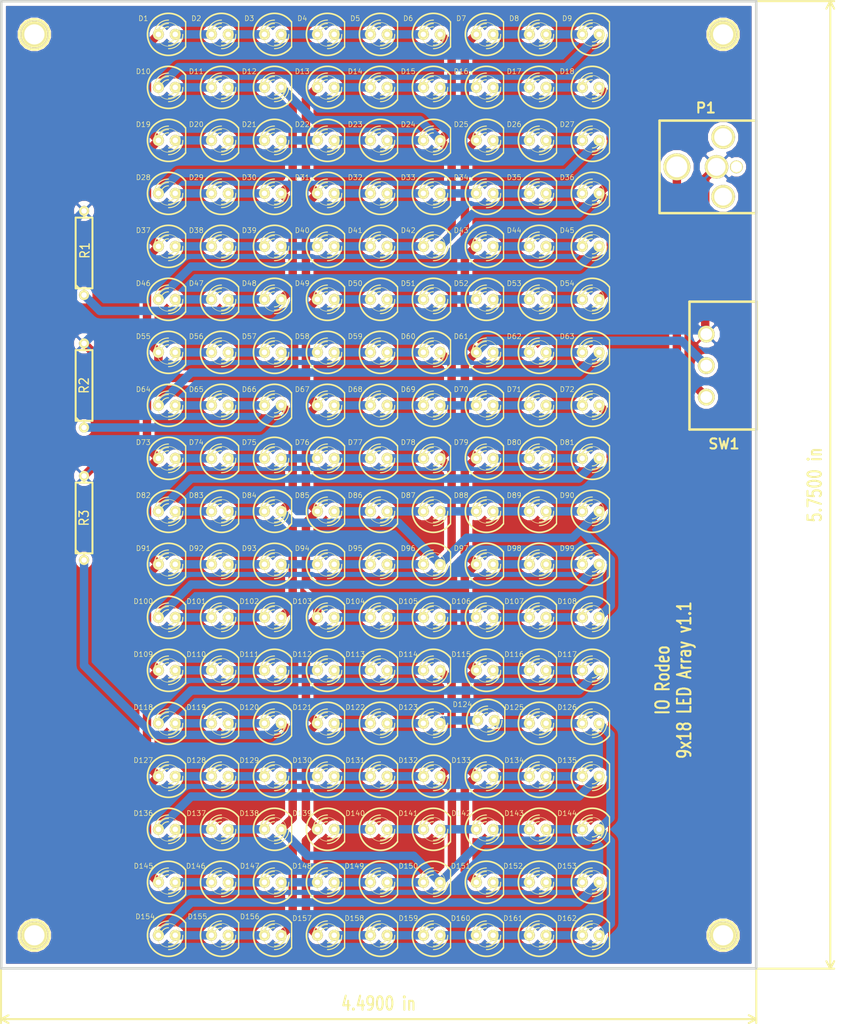
<source format=kicad_pcb>
(kicad_pcb (version 3) (host pcbnew "(2013-mar-13)-testing")
  (title_block (date "30 aug 2012"))
  (layers (15 Front signal) (0 Back signal) (18 B.Paste user) (19 F.Paste user) (20 B.SilkS user) (21 F.SilkS user) (22 B.Mask user) (23 F.Mask user) (28 Edge.Cuts user))
  (net 0 "")
  (net 1 /15V)
  (net 2 GND)
  (net 3 N-000001)
  (net 4 N-0000010)
  (net 5 N-00000100)
  (net 6 N-00000101)
  (net 7 N-00000102)
  (net 8 N-00000103)
  (net 9 N-00000104)
  (net 10 N-00000105)
  (net 11 N-00000106)
  (net 12 N-00000107)
  (net 13 N-00000108)
  (net 14 N-00000109)
  (net 15 N-0000011)
  (net 16 N-00000110)
  (net 17 N-00000111)
  (net 18 N-00000112)
  (net 19 N-00000113)
  (net 20 N-00000114)
  (net 21 N-00000115)
  (net 22 N-00000116)
  (net 23 N-00000117)
  (net 24 N-00000118)
  (net 25 N-00000119)
  (net 26 N-0000012)
  (net 27 N-00000120)
  (net 28 N-00000121)
  (net 29 N-00000122)
  (net 30 N-00000123)
  (net 31 N-00000124)
  (net 32 N-00000125)
  (net 33 N-00000126)
  (net 34 N-00000127)
  (net 35 N-00000128)
  (net 36 N-00000129)
  (net 37 N-0000013)
  (net 38 N-00000130)
  (net 39 N-00000131)
  (net 40 N-00000132)
  (net 41 N-00000133)
  (net 42 N-00000134)
  (net 43 N-00000135)
  (net 44 N-00000136)
  (net 45 N-00000137)
  (net 46 N-00000138)
  (net 47 N-00000139)
  (net 48 N-0000014)
  (net 49 N-00000140)
  (net 50 N-00000141)
  (net 51 N-0000015)
  (net 52 N-0000016)
  (net 53 N-0000017)
  (net 54 N-0000018)
  (net 55 N-0000019)
  (net 56 N-000002)
  (net 57 N-0000020)
  (net 58 N-0000021)
  (net 59 N-0000022)
  (net 60 N-0000023)
  (net 61 N-0000024)
  (net 62 N-0000025)
  (net 63 N-0000026)
  (net 64 N-0000027)
  (net 65 N-0000028)
  (net 66 N-0000029)
  (net 67 N-000003)
  (net 68 N-0000030)
  (net 69 N-0000032)
  (net 70 N-0000033)
  (net 71 N-0000035)
  (net 72 N-0000036)
  (net 73 N-0000037)
  (net 74 N-0000038)
  (net 75 N-0000039)
  (net 76 N-000004)
  (net 77 N-0000040)
  (net 78 N-0000041)
  (net 79 N-0000042)
  (net 80 N-0000043)
  (net 81 N-0000044)
  (net 82 N-0000045)
  (net 83 N-0000046)
  (net 84 N-0000047)
  (net 85 N-0000048)
  (net 86 N-0000049)
  (net 87 N-000005)
  (net 88 N-0000050)
  (net 89 N-0000051)
  (net 90 N-0000052)
  (net 91 N-0000053)
  (net 92 N-0000054)
  (net 93 N-0000055)
  (net 94 N-0000056)
  (net 95 N-0000057)
  (net 96 N-0000058)
  (net 97 N-0000059)
  (net 98 N-000006)
  (net 99 N-0000060)
  (net 100 N-0000061)
  (net 101 N-0000062)
  (net 102 N-0000063)
  (net 103 N-0000064)
  (net 104 N-0000065)
  (net 105 N-0000066)
  (net 106 N-0000067)
  (net 107 N-0000068)
  (net 108 N-0000069)
  (net 109 N-000007)
  (net 110 N-0000070)
  (net 111 N-0000071)
  (net 112 N-0000072)
  (net 113 N-0000073)
  (net 114 N-0000074)
  (net 115 N-0000075)
  (net 116 N-0000076)
  (net 117 N-0000077)
  (net 118 N-0000078)
  (net 119 N-0000079)
  (net 120 N-000008)
  (net 121 N-0000080)
  (net 122 N-0000081)
  (net 123 N-0000082)
  (net 124 N-0000083)
  (net 125 N-0000084)
  (net 126 N-0000085)
  (net 127 N-0000086)
  (net 128 N-0000087)
  (net 129 N-0000088)
  (net 130 N-0000089)
  (net 131 N-000009)
  (net 132 N-0000090)
  (net 133 N-0000091)
  (net 134 N-0000092)
  (net 135 N-0000093)
  (net 136 N-0000094)
  (net 137 N-0000095)
  (net 138 N-0000096)
  (net 139 N-0000097)
  (net 140 N-0000098)
  (net 141 N-0000099)
  (module R5 (layer Front) (at 73.5 73 90)
    (fp_text reference R2 (at 0 0 90) (layer F.SilkS) (effects (font (size 1.397 1.27) (thickness 0.2032))))
    (fp_text value R hide)
    (pad 1 thru_hole circle (at -6.35 0 90) (size 1.524 1.524) (drill 0.8128) (layers *.Cu *.Mask F.SilkS) (net 72 N-0000036))
    (pad 2 thru_hole circle (at 6.35 0 90) (size 1.524 1.524) (drill 0.8128) (layers *.Cu *.Mask F.SilkS) (net 2 GND))
  )
  (module R5 (layer Front) (at 73.5 53 90)
    (fp_text reference R1 (at 0.381 0.127 90) (layer F.SilkS) (effects (font (size 1.397 1.27) (thickness 0.2032))))
    (fp_text value R hide)
    (pad 1 thru_hole circle (at -6.35 0 90) (size 1.524 1.524) (drill 0.8128) (layers *.Cu *.Mask F.SilkS) (net 71 N-0000035))
    (pad 2 thru_hole circle (at 6.35 0 90) (size 1.524 1.524) (drill 0.8128) (layers *.Cu *.Mask F.SilkS) (net 2 GND))
  )
  (module 1pin (layer Front) (at 66 156)
    (fp_text reference M4 hide)
    (fp_text value P*** hide)
    (pad 1 thru_hole circle (at 0 0) (size 4.064 4.064) (drill 3.048) (layers *.Cu *.Mask F.SilkS))
  )
  (module 1pin (layer Front) (at 170 20)
    (fp_text reference M2 hide)
    (fp_text value P*** hide)
    (pad 1 thru_hole circle (at 0 0) (size 4.064 4.064) (drill 3.048) (layers *.Cu *.Mask F.SilkS))
  )
  (module 1pin (layer Front) (at 170 156)
    (fp_text reference M3 hide)
    (fp_text value P*** hide)
    (pad 1 thru_hole circle (at 0 0) (size 4.064 4.064) (drill 3.048) (layers *.Cu *.Mask F.SilkS))
  )
  (module 1pin (layer Front) (at 66 20)
    (fp_text reference M1 hide)
    (fp_text value P*** hide)
    (pad 1 thru_hole circle (at 0 0) (size 4.064 4.064) (drill 3.048) (layers *.Cu *.Mask F.SilkS))
  )
  (module slide_switch (layer Front) (at 170 70 90)
    (fp_text reference SW1 (at -11.8237 0.127 180) (layer F.SilkS) (effects (font (thickness 0.3048))))
    (fp_text value SWITCH_INV hide)
    (pad 1 thru_hole circle (at -4.7498 -2.54 90) (size 2.54 2.54) (drill 1.778) (layers *.Cu *.Mask F.SilkS) (net 1 /15V))
    (pad 2 thru_hole circle (at 0 -2.54 90) (size 2.54 2.54) (drill 1.778) (layers *.Cu *.Mask F.SilkS) (net 57 N-0000020))
    (pad 3 thru_hole circle (at 4.7498 -2.54 90) (size 2.54 2.54) (drill 1.778) (layers *.Cu *.Mask F.SilkS) (net 2 GND))
  )
  (module "CUSTOM2 LED-5MM" (layer Front) (at 86 20)
    (fp_text reference D1 (at -3.556 -2.413) (layer F.SilkS) (effects (font (size 0.762 0.762) (thickness 0.0889))))
    (fp_text value LED hide)
    (pad 1 thru_hole circle (at -1.27 0) (size 1.6764 1.6764) (drill 0.8128) (layers *.Cu *.Mask F.Paste F.SilkS) (net 57 N-0000020))
    (pad 2 thru_hole circle (at 1.27 0) (size 1.6764 1.6764) (drill 0.8128) (layers *.Cu *.Mask F.Paste F.SilkS) (net 47 N-00000139))
  )
  (module "CUSTOM2 LED-5MM" (layer Front) (at 110 76)
    (fp_text reference D67 (at -3.556 -2.413) (layer F.SilkS) (effects (font (size 0.762 0.762) (thickness 0.0889))))
    (fp_text value LED hide)
    (pad 1 thru_hole circle (at -1.27 0) (size 1.6764 1.6764) (drill 0.8128) (layers *.Cu *.Mask F.Paste F.SilkS) (net 57 N-0000020))
    (pad 2 thru_hole circle (at 1.27 0) (size 1.6764 1.6764) (drill 0.8128) (layers *.Cu *.Mask F.Paste F.SilkS) (net 137 N-0000095))
  )
  (module "CUSTOM2 LED-5MM" (layer Front) (at 118 76)
    (fp_text reference D68 (at -3.556 -2.413) (layer F.SilkS) (effects (font (size 0.762 0.762) (thickness 0.0889))))
    (fp_text value LED hide)
    (pad 1 thru_hole circle (at -1.27 0) (size 1.6764 1.6764) (drill 0.8128) (layers *.Cu *.Mask F.Paste F.SilkS) (net 137 N-0000095))
    (pad 2 thru_hole circle (at 1.27 0) (size 1.6764 1.6764) (drill 0.8128) (layers *.Cu *.Mask F.Paste F.SilkS) (net 136 N-0000094))
  )
  (module "CUSTOM2 LED-5MM" (layer Front) (at 126 76)
    (fp_text reference D69 (at -3.556 -2.413) (layer F.SilkS) (effects (font (size 0.762 0.762) (thickness 0.0889))))
    (fp_text value LED hide)
    (pad 1 thru_hole circle (at -1.27 0) (size 1.6764 1.6764) (drill 0.8128) (layers *.Cu *.Mask F.Paste F.SilkS) (net 136 N-0000094))
    (pad 2 thru_hole circle (at 1.27 0) (size 1.6764 1.6764) (drill 0.8128) (layers *.Cu *.Mask F.Paste F.SilkS) (net 135 N-0000093))
  )
  (module "CUSTOM2 LED-5MM" (layer Front) (at 134 76)
    (fp_text reference D70 (at -3.556 -2.413) (layer F.SilkS) (effects (font (size 0.762 0.762) (thickness 0.0889))))
    (fp_text value LED hide)
    (pad 1 thru_hole circle (at -1.27 0) (size 1.6764 1.6764) (drill 0.8128) (layers *.Cu *.Mask F.Paste F.SilkS) (net 135 N-0000093))
    (pad 2 thru_hole circle (at 1.27 0) (size 1.6764 1.6764) (drill 0.8128) (layers *.Cu *.Mask F.Paste F.SilkS) (net 134 N-0000092))
  )
  (module "CUSTOM2 LED-5MM" (layer Front) (at 142 76)
    (fp_text reference D71 (at -3.556 -2.413) (layer F.SilkS) (effects (font (size 0.762 0.762) (thickness 0.0889))))
    (fp_text value LED hide)
    (pad 1 thru_hole circle (at -1.27 0) (size 1.6764 1.6764) (drill 0.8128) (layers *.Cu *.Mask F.Paste F.SilkS) (net 134 N-0000092))
    (pad 2 thru_hole circle (at 1.27 0) (size 1.6764 1.6764) (drill 0.8128) (layers *.Cu *.Mask F.Paste F.SilkS) (net 30 N-00000123))
  )
  (module "CUSTOM2 LED-5MM" (layer Front) (at 150 76)
    (fp_text reference D72 (at -3.556 -2.413) (layer F.SilkS) (effects (font (size 0.762 0.762) (thickness 0.0889))))
    (fp_text value LED hide)
    (pad 1 thru_hole circle (at -1.27 0) (size 1.6764 1.6764) (drill 0.8128) (layers *.Cu *.Mask F.Paste F.SilkS) (net 30 N-00000123))
    (pad 2 thru_hole circle (at 1.27 0) (size 1.6764 1.6764) (drill 0.8128) (layers *.Cu *.Mask F.Paste F.SilkS) (net 72 N-0000036))
  )
  (module "CUSTOM2 LED-5MM" (layer Front) (at 94 76)
    (fp_text reference D65 (at -3.556 -2.413) (layer F.SilkS) (effects (font (size 0.762 0.762) (thickness 0.0889))))
    (fp_text value LED hide)
    (pad 1 thru_hole circle (at -1.27 0) (size 1.6764 1.6764) (drill 0.8128) (layers *.Cu *.Mask F.Paste F.SilkS) (net 133 N-0000091))
    (pad 2 thru_hole circle (at 1.27 0) (size 1.6764 1.6764) (drill 0.8128) (layers *.Cu *.Mask F.Paste F.SilkS) (net 9 N-00000104))
  )
  (module "CUSTOM2 LED-5MM" (layer Front) (at 102 76)
    (fp_text reference D66 (at -3.556 -2.413) (layer F.SilkS) (effects (font (size 0.762 0.762) (thickness 0.0889))))
    (fp_text value LED hide)
    (pad 1 thru_hole circle (at -1.27 0) (size 1.6764 1.6764) (drill 0.8128) (layers *.Cu *.Mask F.Paste F.SilkS) (net 9 N-00000104))
    (pad 2 thru_hole circle (at 1.27 0) (size 1.6764 1.6764) (drill 0.8128) (layers *.Cu *.Mask F.Paste F.SilkS) (net 72 N-0000036))
  )
  (module "CUSTOM2 LED-5MM" (layer Front) (at 102 68)
    (fp_text reference D57 (at -3.556 -2.413) (layer F.SilkS) (effects (font (size 0.762 0.762) (thickness 0.0889))))
    (fp_text value LED hide)
    (pad 1 thru_hole circle (at -1.27 0) (size 1.6764 1.6764) (drill 0.8128) (layers *.Cu *.Mask F.Paste F.SilkS) (net 139 N-0000097))
    (pad 2 thru_hole circle (at 1.27 0) (size 1.6764 1.6764) (drill 0.8128) (layers *.Cu *.Mask F.Paste F.SilkS) (net 140 N-0000098))
  )
  (module "CUSTOM2 LED-5MM" (layer Front) (at 110 68)
    (fp_text reference D58 (at -3.556 -2.413) (layer F.SilkS) (effects (font (size 0.762 0.762) (thickness 0.0889))))
    (fp_text value LED hide)
    (pad 1 thru_hole circle (at -1.27 0) (size 1.6764 1.6764) (drill 0.8128) (layers *.Cu *.Mask F.Paste F.SilkS) (net 140 N-0000098))
    (pad 2 thru_hole circle (at 1.27 0) (size 1.6764 1.6764) (drill 0.8128) (layers *.Cu *.Mask F.Paste F.SilkS) (net 141 N-0000099))
  )
  (module "CUSTOM2 LED-5MM" (layer Front) (at 118 68)
    (fp_text reference D59 (at -3.556 -2.413) (layer F.SilkS) (effects (font (size 0.762 0.762) (thickness 0.0889))))
    (fp_text value LED hide)
    (pad 1 thru_hole circle (at -1.27 0) (size 1.6764 1.6764) (drill 0.8128) (layers *.Cu *.Mask F.Paste F.SilkS) (net 141 N-0000099))
    (pad 2 thru_hole circle (at 1.27 0) (size 1.6764 1.6764) (drill 0.8128) (layers *.Cu *.Mask F.Paste F.SilkS) (net 25 N-00000119))
  )
  (module "CUSTOM2 LED-5MM" (layer Front) (at 126 68)
    (fp_text reference D60 (at -3.556 -2.413) (layer F.SilkS) (effects (font (size 0.762 0.762) (thickness 0.0889))))
    (fp_text value LED hide)
    (pad 1 thru_hole circle (at -1.27 0) (size 1.6764 1.6764) (drill 0.8128) (layers *.Cu *.Mask F.Paste F.SilkS) (net 25 N-00000119))
    (pad 2 thru_hole circle (at 1.27 0) (size 1.6764 1.6764) (drill 0.8128) (layers *.Cu *.Mask F.Paste F.SilkS) (net 72 N-0000036))
  )
  (module "CUSTOM2 LED-5MM" (layer Front) (at 134 68)
    (fp_text reference D61 (at -3.556 -2.413) (layer F.SilkS) (effects (font (size 0.762 0.762) (thickness 0.0889))))
    (fp_text value LED hide)
    (pad 1 thru_hole circle (at -1.27 0) (size 1.6764 1.6764) (drill 0.8128) (layers *.Cu *.Mask F.Paste F.SilkS) (net 57 N-0000020))
    (pad 2 thru_hole circle (at 1.27 0) (size 1.6764 1.6764) (drill 0.8128) (layers *.Cu *.Mask F.Paste F.SilkS) (net 105 N-0000066))
  )
  (module "CUSTOM2 LED-5MM" (layer Front) (at 142 68)
    (fp_text reference D62 (at -3.556 -2.413) (layer F.SilkS) (effects (font (size 0.762 0.762) (thickness 0.0889))))
    (fp_text value LED hide)
    (pad 1 thru_hole circle (at -1.27 0) (size 1.6764 1.6764) (drill 0.8128) (layers *.Cu *.Mask F.Paste F.SilkS) (net 105 N-0000066))
    (pad 2 thru_hole circle (at 1.27 0) (size 1.6764 1.6764) (drill 0.8128) (layers *.Cu *.Mask F.Paste F.SilkS) (net 106 N-0000067))
  )
  (module "CUSTOM2 LED-5MM" (layer Front) (at 150 68)
    (fp_text reference D63 (at -3.556 -2.413) (layer F.SilkS) (effects (font (size 0.762 0.762) (thickness 0.0889))))
    (fp_text value LED hide)
    (pad 1 thru_hole circle (at -1.27 0) (size 1.6764 1.6764) (drill 0.8128) (layers *.Cu *.Mask F.Paste F.SilkS) (net 106 N-0000067))
    (pad 2 thru_hole circle (at 1.27 0) (size 1.6764 1.6764) (drill 0.8128) (layers *.Cu *.Mask F.Paste F.SilkS) (net 132 N-0000090))
  )
  (module "CUSTOM2 LED-5MM" (layer Front) (at 94 68)
    (fp_text reference D56 (at -3.556 -2.413) (layer F.SilkS) (effects (font (size 0.762 0.762) (thickness 0.0889))))
    (fp_text value LED hide)
    (pad 1 thru_hole circle (at -1.27 0) (size 1.6764 1.6764) (drill 0.8128) (layers *.Cu *.Mask F.Paste F.SilkS) (net 138 N-0000096))
    (pad 2 thru_hole circle (at 1.27 0) (size 1.6764 1.6764) (drill 0.8128) (layers *.Cu *.Mask F.Paste F.SilkS) (net 139 N-0000097))
  )
  (module "CUSTOM2 LED-5MM" (layer Front) (at 102 60)
    (fp_text reference D48 (at -3.556 -2.413) (layer F.SilkS) (effects (font (size 0.762 0.762) (thickness 0.0889))))
    (fp_text value LED hide)
    (pad 1 thru_hole circle (at -1.27 0) (size 1.6764 1.6764) (drill 0.8128) (layers *.Cu *.Mask F.Paste F.SilkS) (net 24 N-00000118))
    (pad 2 thru_hole circle (at 1.27 0) (size 1.6764 1.6764) (drill 0.8128) (layers *.Cu *.Mask F.Paste F.SilkS) (net 71 N-0000035))
  )
  (module "CUSTOM2 LED-5MM" (layer Front) (at 110 60)
    (fp_text reference D49 (at -3.556 -2.413) (layer F.SilkS) (effects (font (size 0.762 0.762) (thickness 0.0889))))
    (fp_text value LED hide)
    (pad 1 thru_hole circle (at -1.27 0) (size 1.6764 1.6764) (drill 0.8128) (layers *.Cu *.Mask F.Paste F.SilkS) (net 57 N-0000020))
    (pad 2 thru_hole circle (at 1.27 0) (size 1.6764 1.6764) (drill 0.8128) (layers *.Cu *.Mask F.Paste F.SilkS) (net 8 N-00000103))
  )
  (module "CUSTOM2 LED-5MM" (layer Front) (at 118 60)
    (fp_text reference D50 (at -3.556 -2.413) (layer F.SilkS) (effects (font (size 0.762 0.762) (thickness 0.0889))))
    (fp_text value LED hide)
    (pad 1 thru_hole circle (at -1.27 0) (size 1.6764 1.6764) (drill 0.8128) (layers *.Cu *.Mask F.Paste F.SilkS) (net 8 N-00000103))
    (pad 2 thru_hole circle (at 1.27 0) (size 1.6764 1.6764) (drill 0.8128) (layers *.Cu *.Mask F.Paste F.SilkS) (net 7 N-00000102))
  )
  (module "CUSTOM2 LED-5MM" (layer Front) (at 126 60)
    (fp_text reference D51 (at -3.556 -2.413) (layer F.SilkS) (effects (font (size 0.762 0.762) (thickness 0.0889))))
    (fp_text value LED hide)
    (pad 1 thru_hole circle (at -1.27 0) (size 1.6764 1.6764) (drill 0.8128) (layers *.Cu *.Mask F.Paste F.SilkS) (net 7 N-00000102))
    (pad 2 thru_hole circle (at 1.27 0) (size 1.6764 1.6764) (drill 0.8128) (layers *.Cu *.Mask F.Paste F.SilkS) (net 6 N-00000101))
  )
  (module "CUSTOM2 LED-5MM" (layer Front) (at 134 60)
    (fp_text reference D52 (at -3.556 -2.413) (layer F.SilkS) (effects (font (size 0.762 0.762) (thickness 0.0889))))
    (fp_text value LED hide)
    (pad 1 thru_hole circle (at -1.27 0) (size 1.6764 1.6764) (drill 0.8128) (layers *.Cu *.Mask F.Paste F.SilkS) (net 6 N-00000101))
    (pad 2 thru_hole circle (at 1.27 0) (size 1.6764 1.6764) (drill 0.8128) (layers *.Cu *.Mask F.Paste F.SilkS) (net 5 N-00000100))
  )
  (module "CUSTOM2 LED-5MM" (layer Front) (at 142 60)
    (fp_text reference D53 (at -3.556 -2.413) (layer F.SilkS) (effects (font (size 0.762 0.762) (thickness 0.0889))))
    (fp_text value LED hide)
    (pad 1 thru_hole circle (at -1.27 0) (size 1.6764 1.6764) (drill 0.8128) (layers *.Cu *.Mask F.Paste F.SilkS) (net 5 N-00000100))
    (pad 2 thru_hole circle (at 1.27 0) (size 1.6764 1.6764) (drill 0.8128) (layers *.Cu *.Mask F.Paste F.SilkS) (net 27 N-00000120))
  )
  (module "CUSTOM2 LED-5MM" (layer Front) (at 150 60)
    (fp_text reference D54 (at -3.556 -2.413) (layer F.SilkS) (effects (font (size 0.762 0.762) (thickness 0.0889))))
    (fp_text value LED hide)
    (pad 1 thru_hole circle (at -1.27 0) (size 1.6764 1.6764) (drill 0.8128) (layers *.Cu *.Mask F.Paste F.SilkS) (net 27 N-00000120))
    (pad 2 thru_hole circle (at 1.27 0) (size 1.6764 1.6764) (drill 0.8128) (layers *.Cu *.Mask F.Paste F.SilkS) (net 71 N-0000035))
  )
  (module "CUSTOM2 LED-5MM" (layer Front) (at 94 60)
    (fp_text reference D47 (at -3.556 -2.413) (layer F.SilkS) (effects (font (size 0.762 0.762) (thickness 0.0889))))
    (fp_text value LED hide)
    (pad 1 thru_hole circle (at -1.27 0) (size 1.6764 1.6764) (drill 0.8128) (layers *.Cu *.Mask F.Paste F.SilkS) (net 107 N-0000068))
    (pad 2 thru_hole circle (at 1.27 0) (size 1.6764 1.6764) (drill 0.8128) (layers *.Cu *.Mask F.Paste F.SilkS) (net 24 N-00000118))
  )
  (module "CUSTOM2 LED-5MM" (layer Front) (at 94 52)
    (fp_text reference D38 (at -3.556 -2.413) (layer F.SilkS) (effects (font (size 0.762 0.762) (thickness 0.0889))))
    (fp_text value LED hide)
    (pad 1 thru_hole circle (at -1.27 0) (size 1.6764 1.6764) (drill 0.8128) (layers *.Cu *.Mask F.Paste F.SilkS) (net 41 N-00000133))
    (pad 2 thru_hole circle (at 1.27 0) (size 1.6764 1.6764) (drill 0.8128) (layers *.Cu *.Mask F.Paste F.SilkS) (net 42 N-00000134))
  )
  (module "CUSTOM2 LED-5MM" (layer Front) (at 102 52)
    (fp_text reference D39 (at -3.556 -2.413) (layer F.SilkS) (effects (font (size 0.762 0.762) (thickness 0.0889))))
    (fp_text value LED hide)
    (pad 1 thru_hole circle (at -1.27 0) (size 1.6764 1.6764) (drill 0.8128) (layers *.Cu *.Mask F.Paste F.SilkS) (net 42 N-00000134))
    (pad 2 thru_hole circle (at 1.27 0) (size 1.6764 1.6764) (drill 0.8128) (layers *.Cu *.Mask F.Paste F.SilkS) (net 43 N-00000135))
  )
  (module "CUSTOM2 LED-5MM" (layer Front) (at 118 52)
    (fp_text reference D41 (at -3.556 -2.413) (layer F.SilkS) (effects (font (size 0.762 0.762) (thickness 0.0889))))
    (fp_text value LED hide)
    (pad 1 thru_hole circle (at -1.27 0) (size 1.6764 1.6764) (drill 0.8128) (layers *.Cu *.Mask F.Paste F.SilkS) (net 23 N-00000117))
    (pad 2 thru_hole circle (at 1.27 0) (size 1.6764 1.6764) (drill 0.8128) (layers *.Cu *.Mask F.Paste F.SilkS) (net 22 N-00000116))
  )
  (module "CUSTOM2 LED-5MM" (layer Front) (at 110 52)
    (fp_text reference D40 (at -3.556 -2.413) (layer F.SilkS) (effects (font (size 0.762 0.762) (thickness 0.0889))))
    (fp_text value LED hide)
    (pad 1 thru_hole circle (at -1.27 0) (size 1.6764 1.6764) (drill 0.8128) (layers *.Cu *.Mask F.Paste F.SilkS) (net 43 N-00000135))
    (pad 2 thru_hole circle (at 1.27 0) (size 1.6764 1.6764) (drill 0.8128) (layers *.Cu *.Mask F.Paste F.SilkS) (net 23 N-00000117))
  )
  (module "CUSTOM2 LED-5MM" (layer Front) (at 126 52)
    (fp_text reference D42 (at -3.556 -2.413) (layer F.SilkS) (effects (font (size 0.762 0.762) (thickness 0.0889))))
    (fp_text value LED hide)
    (pad 1 thru_hole circle (at -1.27 0) (size 1.6764 1.6764) (drill 0.8128) (layers *.Cu *.Mask F.Paste F.SilkS) (net 22 N-00000116))
    (pad 2 thru_hole circle (at 1.27 0) (size 1.6764 1.6764) (drill 0.8128) (layers *.Cu *.Mask F.Paste F.SilkS) (net 71 N-0000035))
  )
  (module "CUSTOM2 LED-5MM" (layer Front) (at 134 52)
    (fp_text reference D43 (at -3.556 -2.413) (layer F.SilkS) (effects (font (size 0.762 0.762) (thickness 0.0889))))
    (fp_text value LED hide)
    (pad 1 thru_hole circle (at -1.27 0) (size 1.6764 1.6764) (drill 0.8128) (layers *.Cu *.Mask F.Paste F.SilkS) (net 57 N-0000020))
    (pad 2 thru_hole circle (at 1.27 0) (size 1.6764 1.6764) (drill 0.8128) (layers *.Cu *.Mask F.Paste F.SilkS) (net 111 N-0000071))
  )
  (module "CUSTOM2 LED-5MM" (layer Front) (at 142 52)
    (fp_text reference D44 (at -3.556 -2.413) (layer F.SilkS) (effects (font (size 0.762 0.762) (thickness 0.0889))))
    (fp_text value LED hide)
    (pad 1 thru_hole circle (at -1.27 0) (size 1.6764 1.6764) (drill 0.8128) (layers *.Cu *.Mask F.Paste F.SilkS) (net 111 N-0000071))
    (pad 2 thru_hole circle (at 1.27 0) (size 1.6764 1.6764) (drill 0.8128) (layers *.Cu *.Mask F.Paste F.SilkS) (net 110 N-0000070))
  )
  (module "CUSTOM2 LED-5MM" (layer Front) (at 150 52)
    (fp_text reference D45 (at -3.556 -2.413) (layer F.SilkS) (effects (font (size 0.762 0.762) (thickness 0.0889))))
    (fp_text value LED hide)
    (pad 1 thru_hole circle (at -1.27 0) (size 1.6764 1.6764) (drill 0.8128) (layers *.Cu *.Mask F.Paste F.SilkS) (net 110 N-0000070))
    (pad 2 thru_hole circle (at 1.27 0) (size 1.6764 1.6764) (drill 0.8128) (layers *.Cu *.Mask F.Paste F.SilkS) (net 108 N-0000069))
  )
  (module "CUSTOM2 LED-5MM" (layer Front) (at 86 52)
    (fp_text reference D37 (at -3.556 -2.413) (layer F.SilkS) (effects (font (size 0.762 0.762) (thickness 0.0889))))
    (fp_text value LED hide)
    (pad 1 thru_hole circle (at -1.27 0) (size 1.6764 1.6764) (drill 0.8128) (layers *.Cu *.Mask F.Paste F.SilkS) (net 57 N-0000020))
    (pad 2 thru_hole circle (at 1.27 0) (size 1.6764 1.6764) (drill 0.8128) (layers *.Cu *.Mask F.Paste F.SilkS) (net 41 N-00000133))
  )
  (module "CUSTOM2 LED-5MM" (layer Front) (at 86 60)
    (fp_text reference D46 (at -3.556 -2.413) (layer F.SilkS) (effects (font (size 0.762 0.762) (thickness 0.0889))))
    (fp_text value LED hide)
    (pad 1 thru_hole circle (at -1.27 0) (size 1.6764 1.6764) (drill 0.8128) (layers *.Cu *.Mask F.Paste F.SilkS) (net 108 N-0000069))
    (pad 2 thru_hole circle (at 1.27 0) (size 1.6764 1.6764) (drill 0.8128) (layers *.Cu *.Mask F.Paste F.SilkS) (net 107 N-0000068))
  )
  (module "CUSTOM2 LED-5MM" (layer Front) (at 86 68)
    (fp_text reference D55 (at -3.556 -2.413) (layer F.SilkS) (effects (font (size 0.762 0.762) (thickness 0.0889))))
    (fp_text value LED hide)
    (pad 1 thru_hole circle (at -1.27 0) (size 1.6764 1.6764) (drill 0.8128) (layers *.Cu *.Mask F.Paste F.SilkS) (net 57 N-0000020))
    (pad 2 thru_hole circle (at 1.27 0) (size 1.6764 1.6764) (drill 0.8128) (layers *.Cu *.Mask F.Paste F.SilkS) (net 138 N-0000096))
  )
  (module "CUSTOM2 LED-5MM" (layer Front) (at 86 76)
    (fp_text reference D64 (at -3.556 -2.413) (layer F.SilkS) (effects (font (size 0.762 0.762) (thickness 0.0889))))
    (fp_text value LED hide)
    (pad 1 thru_hole circle (at -1.27 0) (size 1.6764 1.6764) (drill 0.8128) (layers *.Cu *.Mask F.Paste F.SilkS) (net 132 N-0000090))
    (pad 2 thru_hole circle (at 1.27 0) (size 1.6764 1.6764) (drill 0.8128) (layers *.Cu *.Mask F.Paste F.SilkS) (net 133 N-0000091))
  )
  (module "CUSTOM2 LED-5MM" (layer Front) (at 150 44)
    (fp_text reference D36 (at -3.556 -2.413) (layer F.SilkS) (effects (font (size 0.762 0.762) (thickness 0.0889))))
    (fp_text value LED hide)
    (pad 1 thru_hole circle (at -1.27 0) (size 1.6764 1.6764) (drill 0.8128) (layers *.Cu *.Mask F.Paste F.SilkS) (net 14 N-00000109))
    (pad 2 thru_hole circle (at 1.27 0) (size 1.6764 1.6764) (drill 0.8128) (layers *.Cu *.Mask F.Paste F.SilkS) (net 71 N-0000035))
  )
  (module "CUSTOM2 LED-5MM" (layer Front) (at 94 44)
    (fp_text reference D29 (at -3.556 -2.413) (layer F.SilkS) (effects (font (size 0.762 0.762) (thickness 0.0889))))
    (fp_text value LED hide)
    (pad 1 thru_hole circle (at -1.27 0) (size 1.6764 1.6764) (drill 0.8128) (layers *.Cu *.Mask F.Paste F.SilkS) (net 116 N-0000076))
    (pad 2 thru_hole circle (at 1.27 0) (size 1.6764 1.6764) (drill 0.8128) (layers *.Cu *.Mask F.Paste F.SilkS) (net 16 N-00000110))
  )
  (module "CUSTOM2 LED-5MM" (layer Front) (at 102 44)
    (fp_text reference D30 (at -3.556 -2.413) (layer F.SilkS) (effects (font (size 0.762 0.762) (thickness 0.0889))))
    (fp_text value LED hide)
    (pad 1 thru_hole circle (at -1.27 0) (size 1.6764 1.6764) (drill 0.8128) (layers *.Cu *.Mask F.Paste F.SilkS) (net 16 N-00000110))
    (pad 2 thru_hole circle (at 1.27 0) (size 1.6764 1.6764) (drill 0.8128) (layers *.Cu *.Mask F.Paste F.SilkS) (net 71 N-0000035))
  )
  (module "CUSTOM2 LED-5MM" (layer Front) (at 110 44)
    (fp_text reference D31 (at -3.556 -2.413) (layer F.SilkS) (effects (font (size 0.762 0.762) (thickness 0.0889))))
    (fp_text value LED hide)
    (pad 1 thru_hole circle (at -1.27 0) (size 1.6764 1.6764) (drill 0.8128) (layers *.Cu *.Mask F.Paste F.SilkS) (net 57 N-0000020))
    (pad 2 thru_hole circle (at 1.27 0) (size 1.6764 1.6764) (drill 0.8128) (layers *.Cu *.Mask F.Paste F.SilkS) (net 112 N-0000072))
  )
  (module "CUSTOM2 LED-5MM" (layer Front) (at 118 44)
    (fp_text reference D32 (at -3.556 -2.413) (layer F.SilkS) (effects (font (size 0.762 0.762) (thickness 0.0889))))
    (fp_text value LED hide)
    (pad 1 thru_hole circle (at -1.27 0) (size 1.6764 1.6764) (drill 0.8128) (layers *.Cu *.Mask F.Paste F.SilkS) (net 112 N-0000072))
    (pad 2 thru_hole circle (at 1.27 0) (size 1.6764 1.6764) (drill 0.8128) (layers *.Cu *.Mask F.Paste F.SilkS) (net 113 N-0000073))
  )
  (module "CUSTOM2 LED-5MM" (layer Front) (at 126 44)
    (fp_text reference D33 (at -3.556 -2.413) (layer F.SilkS) (effects (font (size 0.762 0.762) (thickness 0.0889))))
    (fp_text value LED hide)
    (pad 1 thru_hole circle (at -1.27 0) (size 1.6764 1.6764) (drill 0.8128) (layers *.Cu *.Mask F.Paste F.SilkS) (net 113 N-0000073))
    (pad 2 thru_hole circle (at 1.27 0) (size 1.6764 1.6764) (drill 0.8128) (layers *.Cu *.Mask F.Paste F.SilkS) (net 114 N-0000074))
  )
  (module "CUSTOM2 LED-5MM" (layer Front) (at 134 44)
    (fp_text reference D34 (at -3.556 -2.413) (layer F.SilkS) (effects (font (size 0.762 0.762) (thickness 0.0889))))
    (fp_text value LED hide)
    (pad 1 thru_hole circle (at -1.27 0) (size 1.6764 1.6764) (drill 0.8128) (layers *.Cu *.Mask F.Paste F.SilkS) (net 114 N-0000074))
    (pad 2 thru_hole circle (at 1.27 0) (size 1.6764 1.6764) (drill 0.8128) (layers *.Cu *.Mask F.Paste F.SilkS) (net 115 N-0000075))
  )
  (module "CUSTOM2 LED-5MM" (layer Front) (at 142 44)
    (fp_text reference D35 (at -3.556 -2.413) (layer F.SilkS) (effects (font (size 0.762 0.762) (thickness 0.0889))))
    (fp_text value LED hide)
    (pad 1 thru_hole circle (at -1.27 0) (size 1.6764 1.6764) (drill 0.8128) (layers *.Cu *.Mask F.Paste F.SilkS) (net 115 N-0000075))
    (pad 2 thru_hole circle (at 1.27 0) (size 1.6764 1.6764) (drill 0.8128) (layers *.Cu *.Mask F.Paste F.SilkS) (net 14 N-00000109))
  )
  (module "CUSTOM2 LED-5MM" (layer Front) (at 86 44)
    (fp_text reference D28 (at -3.556 -2.413) (layer F.SilkS) (effects (font (size 0.762 0.762) (thickness 0.0889))))
    (fp_text value LED hide)
    (pad 1 thru_hole circle (at -1.27 0) (size 1.6764 1.6764) (drill 0.8128) (layers *.Cu *.Mask F.Paste F.SilkS) (net 117 N-0000077))
    (pad 2 thru_hole circle (at 1.27 0) (size 1.6764 1.6764) (drill 0.8128) (layers *.Cu *.Mask F.Paste F.SilkS) (net 116 N-0000076))
  )
  (module "CUSTOM2 LED-5MM" (layer Front) (at 142 36)
    (fp_text reference D26 (at -3.556 -2.413) (layer F.SilkS) (effects (font (size 0.762 0.762) (thickness 0.0889))))
    (fp_text value LED hide)
    (pad 1 thru_hole circle (at -1.27 0) (size 1.6764 1.6764) (drill 0.8128) (layers *.Cu *.Mask F.Paste F.SilkS) (net 119 N-0000079))
    (pad 2 thru_hole circle (at 1.27 0) (size 1.6764 1.6764) (drill 0.8128) (layers *.Cu *.Mask F.Paste F.SilkS) (net 118 N-0000078))
  )
  (module "CUSTOM2 LED-5MM" (layer Front) (at 150 36)
    (fp_text reference D27 (at -3.556 -2.413) (layer F.SilkS) (effects (font (size 0.762 0.762) (thickness 0.0889))))
    (fp_text value LED hide)
    (pad 1 thru_hole circle (at -1.27 0) (size 1.6764 1.6764) (drill 0.8128) (layers *.Cu *.Mask F.Paste F.SilkS) (net 118 N-0000078))
    (pad 2 thru_hole circle (at 1.27 0) (size 1.6764 1.6764) (drill 0.8128) (layers *.Cu *.Mask F.Paste F.SilkS) (net 117 N-0000077))
  )
  (module "CUSTOM2 LED-5MM" (layer Front) (at 94 36)
    (fp_text reference D20 (at -3.556 -2.413) (layer F.SilkS) (effects (font (size 0.762 0.762) (thickness 0.0889))))
    (fp_text value LED hide)
    (pad 1 thru_hole circle (at -1.27 0) (size 1.6764 1.6764) (drill 0.8128) (layers *.Cu *.Mask F.Paste F.SilkS) (net 34 N-00000127))
    (pad 2 thru_hole circle (at 1.27 0) (size 1.6764 1.6764) (drill 0.8128) (layers *.Cu *.Mask F.Paste F.SilkS) (net 35 N-00000128))
  )
  (module "CUSTOM2 LED-5MM" (layer Front) (at 102 36)
    (fp_text reference D21 (at -3.556 -2.413) (layer F.SilkS) (effects (font (size 0.762 0.762) (thickness 0.0889))))
    (fp_text value LED hide)
    (pad 1 thru_hole circle (at -1.27 0) (size 1.6764 1.6764) (drill 0.8128) (layers *.Cu *.Mask F.Paste F.SilkS) (net 35 N-00000128))
    (pad 2 thru_hole circle (at 1.27 0) (size 1.6764 1.6764) (drill 0.8128) (layers *.Cu *.Mask F.Paste F.SilkS) (net 36 N-00000129))
  )
  (module "CUSTOM2 LED-5MM" (layer Front) (at 110 36)
    (fp_text reference D22 (at -3.556 -2.413) (layer F.SilkS) (effects (font (size 0.762 0.762) (thickness 0.0889))))
    (fp_text value LED hide)
    (pad 1 thru_hole circle (at -1.27 0) (size 1.6764 1.6764) (drill 0.8128) (layers *.Cu *.Mask F.Paste F.SilkS) (net 36 N-00000129))
    (pad 2 thru_hole circle (at 1.27 0) (size 1.6764 1.6764) (drill 0.8128) (layers *.Cu *.Mask F.Paste F.SilkS) (net 13 N-00000108))
  )
  (module "CUSTOM2 LED-5MM" (layer Front) (at 118 36)
    (fp_text reference D23 (at -3.556 -2.413) (layer F.SilkS) (effects (font (size 0.762 0.762) (thickness 0.0889))))
    (fp_text value LED hide)
    (pad 1 thru_hole circle (at -1.27 0) (size 1.6764 1.6764) (drill 0.8128) (layers *.Cu *.Mask F.Paste F.SilkS) (net 13 N-00000108))
    (pad 2 thru_hole circle (at 1.27 0) (size 1.6764 1.6764) (drill 0.8128) (layers *.Cu *.Mask F.Paste F.SilkS) (net 12 N-00000107))
  )
  (module "CUSTOM2 LED-5MM" (layer Front) (at 126 36)
    (fp_text reference D24 (at -3.556 -2.413) (layer F.SilkS) (effects (font (size 0.762 0.762) (thickness 0.0889))))
    (fp_text value LED hide)
    (pad 1 thru_hole circle (at -1.27 0) (size 1.6764 1.6764) (drill 0.8128) (layers *.Cu *.Mask F.Paste F.SilkS) (net 12 N-00000107))
    (pad 2 thru_hole circle (at 1.27 0) (size 1.6764 1.6764) (drill 0.8128) (layers *.Cu *.Mask F.Paste F.SilkS) (net 71 N-0000035))
  )
  (module "CUSTOM2 LED-5MM" (layer Front) (at 134 36)
    (fp_text reference D25 (at -3.556 -2.413) (layer F.SilkS) (effects (font (size 0.762 0.762) (thickness 0.0889))))
    (fp_text value LED hide)
    (pad 1 thru_hole circle (at -1.27 0) (size 1.6764 1.6764) (drill 0.8128) (layers *.Cu *.Mask F.Paste F.SilkS) (net 57 N-0000020))
    (pad 2 thru_hole circle (at 1.27 0) (size 1.6764 1.6764) (drill 0.8128) (layers *.Cu *.Mask F.Paste F.SilkS) (net 119 N-0000079))
  )
  (module "CUSTOM2 LED-5MM" (layer Front) (at 150 28)
    (fp_text reference D18 (at -3.556 -2.413) (layer F.SilkS) (effects (font (size 0.762 0.762) (thickness 0.0889))))
    (fp_text value LED hide)
    (pad 1 thru_hole circle (at -1.27 0) (size 1.6764 1.6764) (drill 0.8128) (layers *.Cu *.Mask F.Paste F.SilkS) (net 10 N-00000105))
    (pad 2 thru_hole circle (at 1.27 0) (size 1.6764 1.6764) (drill 0.8128) (layers *.Cu *.Mask F.Paste F.SilkS) (net 71 N-0000035))
  )
  (module "CUSTOM2 LED-5MM" (layer Front) (at 142 28)
    (fp_text reference D17 (at -3.556 -2.413) (layer F.SilkS) (effects (font (size 0.762 0.762) (thickness 0.0889))))
    (fp_text value LED hide)
    (pad 1 thru_hole circle (at -1.27 0) (size 1.6764 1.6764) (drill 0.8128) (layers *.Cu *.Mask F.Paste F.SilkS) (net 11 N-00000106))
    (pad 2 thru_hole circle (at 1.27 0) (size 1.6764 1.6764) (drill 0.8128) (layers *.Cu *.Mask F.Paste F.SilkS) (net 10 N-00000105))
  )
  (module "CUSTOM2 LED-5MM" (layer Front) (at 134 28)
    (fp_text reference D16 (at -3.556 -2.413) (layer F.SilkS) (effects (font (size 0.762 0.762) (thickness 0.0889))))
    (fp_text value LED hide)
    (pad 1 thru_hole circle (at -1.27 0) (size 1.6764 1.6764) (drill 0.8128) (layers *.Cu *.Mask F.Paste F.SilkS) (net 38 N-00000130))
    (pad 2 thru_hole circle (at 1.27 0) (size 1.6764 1.6764) (drill 0.8128) (layers *.Cu *.Mask F.Paste F.SilkS) (net 11 N-00000106))
  )
  (module "CUSTOM2 LED-5MM" (layer Front) (at 126 28)
    (fp_text reference D15 (at -3.556 -2.413) (layer F.SilkS) (effects (font (size 0.762 0.762) (thickness 0.0889))))
    (fp_text value LED hide)
    (pad 1 thru_hole circle (at -1.27 0) (size 1.6764 1.6764) (drill 0.8128) (layers *.Cu *.Mask F.Paste F.SilkS) (net 39 N-00000131))
    (pad 2 thru_hole circle (at 1.27 0) (size 1.6764 1.6764) (drill 0.8128) (layers *.Cu *.Mask F.Paste F.SilkS) (net 38 N-00000130))
  )
  (module "CUSTOM2 LED-5MM" (layer Front) (at 118 28)
    (fp_text reference D14 (at -3.556 -2.413) (layer F.SilkS) (effects (font (size 0.762 0.762) (thickness 0.0889))))
    (fp_text value LED hide)
    (pad 1 thru_hole circle (at -1.27 0) (size 1.6764 1.6764) (drill 0.8128) (layers *.Cu *.Mask F.Paste F.SilkS) (net 40 N-00000132))
    (pad 2 thru_hole circle (at 1.27 0) (size 1.6764 1.6764) (drill 0.8128) (layers *.Cu *.Mask F.Paste F.SilkS) (net 39 N-00000131))
  )
  (module "CUSTOM2 LED-5MM" (layer Front) (at 110 28)
    (fp_text reference D13 (at -3.556 -2.413) (layer F.SilkS) (effects (font (size 0.762 0.762) (thickness 0.0889))))
    (fp_text value LED hide)
    (pad 1 thru_hole circle (at -1.27 0) (size 1.6764 1.6764) (drill 0.8128) (layers *.Cu *.Mask F.Paste F.SilkS) (net 57 N-0000020))
    (pad 2 thru_hole circle (at 1.27 0) (size 1.6764 1.6764) (drill 0.8128) (layers *.Cu *.Mask F.Paste F.SilkS) (net 40 N-00000132))
  )
  (module "CUSTOM2 LED-5MM" (layer Front) (at 102 28)
    (fp_text reference D12 (at -3.556 -2.413) (layer F.SilkS) (effects (font (size 0.762 0.762) (thickness 0.0889))))
    (fp_text value LED hide)
    (pad 1 thru_hole circle (at -1.27 0) (size 1.6764 1.6764) (drill 0.8128) (layers *.Cu *.Mask F.Paste F.SilkS) (net 19 N-00000113))
    (pad 2 thru_hole circle (at 1.27 0) (size 1.6764 1.6764) (drill 0.8128) (layers *.Cu *.Mask F.Paste F.SilkS) (net 71 N-0000035))
  )
  (module "CUSTOM2 LED-5MM" (layer Front) (at 94 28)
    (fp_text reference D11 (at -3.556 -2.413) (layer F.SilkS) (effects (font (size 0.762 0.762) (thickness 0.0889))))
    (fp_text value LED hide)
    (pad 1 thru_hole circle (at -1.27 0) (size 1.6764 1.6764) (drill 0.8128) (layers *.Cu *.Mask F.Paste F.SilkS) (net 20 N-00000114))
    (pad 2 thru_hole circle (at 1.27 0) (size 1.6764 1.6764) (drill 0.8128) (layers *.Cu *.Mask F.Paste F.SilkS) (net 19 N-00000113))
  )
  (module "CUSTOM2 LED-5MM" (layer Front) (at 86 28)
    (fp_text reference D10 (at -3.556 -2.413) (layer F.SilkS) (effects (font (size 0.762 0.762) (thickness 0.0889))))
    (fp_text value LED hide)
    (pad 1 thru_hole circle (at -1.27 0) (size 1.6764 1.6764) (drill 0.8128) (layers *.Cu *.Mask F.Paste F.SilkS) (net 31 N-00000124))
    (pad 2 thru_hole circle (at 1.27 0) (size 1.6764 1.6764) (drill 0.8128) (layers *.Cu *.Mask F.Paste F.SilkS) (net 20 N-00000114))
  )
  (module "CUSTOM2 LED-5MM" (layer Front) (at 150 20)
    (fp_text reference D9 (at -3.556 -2.413) (layer F.SilkS) (effects (font (size 0.762 0.762) (thickness 0.0889))))
    (fp_text value LED hide)
    (pad 1 thru_hole circle (at -1.27 0) (size 1.6764 1.6764) (drill 0.8128) (layers *.Cu *.Mask F.Paste F.SilkS) (net 32 N-00000125))
    (pad 2 thru_hole circle (at 1.27 0) (size 1.6764 1.6764) (drill 0.8128) (layers *.Cu *.Mask F.Paste F.SilkS) (net 31 N-00000124))
  )
  (module "CUSTOM2 LED-5MM" (layer Front) (at 142 20)
    (fp_text reference D8 (at -3.556 -2.413) (layer F.SilkS) (effects (font (size 0.762 0.762) (thickness 0.0889))))
    (fp_text value LED hide)
    (pad 1 thru_hole circle (at -1.27 0) (size 1.6764 1.6764) (drill 0.8128) (layers *.Cu *.Mask F.Paste F.SilkS) (net 33 N-00000126))
    (pad 2 thru_hole circle (at 1.27 0) (size 1.6764 1.6764) (drill 0.8128) (layers *.Cu *.Mask F.Paste F.SilkS) (net 32 N-00000125))
  )
  (module "CUSTOM2 LED-5MM" (layer Front) (at 134 20)
    (fp_text reference D7 (at -3.556 -2.413) (layer F.SilkS) (effects (font (size 0.762 0.762) (thickness 0.0889))))
    (fp_text value LED hide)
    (pad 1 thru_hole circle (at -1.27 0) (size 1.6764 1.6764) (drill 0.8128) (layers *.Cu *.Mask F.Paste F.SilkS) (net 57 N-0000020))
    (pad 2 thru_hole circle (at 1.27 0) (size 1.6764 1.6764) (drill 0.8128) (layers *.Cu *.Mask F.Paste F.SilkS) (net 33 N-00000126))
  )
  (module "CUSTOM2 LED-5MM" (layer Front) (at 126 20)
    (fp_text reference D6 (at -3.556 -2.413) (layer F.SilkS) (effects (font (size 0.762 0.762) (thickness 0.0889))))
    (fp_text value LED hide)
    (pad 1 thru_hole circle (at -1.27 0) (size 1.6764 1.6764) (drill 0.8128) (layers *.Cu *.Mask F.Paste F.SilkS) (net 17 N-00000111))
    (pad 2 thru_hole circle (at 1.27 0) (size 1.6764 1.6764) (drill 0.8128) (layers *.Cu *.Mask F.Paste F.SilkS) (net 71 N-0000035))
  )
  (module "CUSTOM2 LED-5MM" (layer Front) (at 118 20)
    (fp_text reference D5 (at -3.556 -2.413) (layer F.SilkS) (effects (font (size 0.762 0.762) (thickness 0.0889))))
    (fp_text value LED hide)
    (pad 1 thru_hole circle (at -1.27 0) (size 1.6764 1.6764) (drill 0.8128) (layers *.Cu *.Mask F.Paste F.SilkS) (net 18 N-00000112))
    (pad 2 thru_hole circle (at 1.27 0) (size 1.6764 1.6764) (drill 0.8128) (layers *.Cu *.Mask F.Paste F.SilkS) (net 17 N-00000111))
  )
  (module "CUSTOM2 LED-5MM" (layer Front) (at 110 20)
    (fp_text reference D4 (at -3.556 -2.413) (layer F.SilkS) (effects (font (size 0.762 0.762) (thickness 0.0889))))
    (fp_text value LED hide)
    (pad 1 thru_hole circle (at -1.27 0) (size 1.6764 1.6764) (drill 0.8128) (layers *.Cu *.Mask F.Paste F.SilkS) (net 50 N-00000141))
    (pad 2 thru_hole circle (at 1.27 0) (size 1.6764 1.6764) (drill 0.8128) (layers *.Cu *.Mask F.Paste F.SilkS) (net 18 N-00000112))
  )
  (module "CUSTOM2 LED-5MM" (layer Front) (at 102 20)
    (fp_text reference D3 (at -3.556 -2.413) (layer F.SilkS) (effects (font (size 0.762 0.762) (thickness 0.0889))))
    (fp_text value LED hide)
    (pad 1 thru_hole circle (at -1.27 0) (size 1.6764 1.6764) (drill 0.8128) (layers *.Cu *.Mask F.Paste F.SilkS) (net 49 N-00000140))
    (pad 2 thru_hole circle (at 1.27 0) (size 1.6764 1.6764) (drill 0.8128) (layers *.Cu *.Mask F.Paste F.SilkS) (net 50 N-00000141))
  )
  (module "CUSTOM2 LED-5MM" (layer Front) (at 94 20)
    (fp_text reference D2 (at -3.556 -2.413) (layer F.SilkS) (effects (font (size 0.762 0.762) (thickness 0.0889))))
    (fp_text value LED hide)
    (pad 1 thru_hole circle (at -1.27 0) (size 1.6764 1.6764) (drill 0.8128) (layers *.Cu *.Mask F.Paste F.SilkS) (net 47 N-00000139))
    (pad 2 thru_hole circle (at 1.27 0) (size 1.6764 1.6764) (drill 0.8128) (layers *.Cu *.Mask F.Paste F.SilkS) (net 49 N-00000140))
  )
  (module "CUSTOM2 LED-5MM" (layer Front) (at 86 36)
    (fp_text reference D19 (at -3.556 -2.413) (layer F.SilkS) (effects (font (size 0.762 0.762) (thickness 0.0889))))
    (fp_text value LED hide)
    (pad 1 thru_hole circle (at -1.27 0) (size 1.6764 1.6764) (drill 0.8128) (layers *.Cu *.Mask F.Paste F.SilkS) (net 57 N-0000020))
    (pad 2 thru_hole circle (at 1.27 0) (size 1.6764 1.6764) (drill 0.8128) (layers *.Cu *.Mask F.Paste F.SilkS) (net 34 N-00000127))
  )
  (module "CUSTOM2 LED-5MM" (layer Front) (at 86 84)
    (fp_text reference D73 (at -3.556 -2.413) (layer F.SilkS) (effects (font (size 0.762 0.762) (thickness 0.0889))))
    (fp_text value LED hide)
    (pad 1 thru_hole circle (at -1.27 0) (size 1.6764 1.6764) (drill 0.8128) (layers *.Cu *.Mask F.Paste F.SilkS) (net 57 N-0000020))
    (pad 2 thru_hole circle (at 1.27 0) (size 1.6764 1.6764) (drill 0.8128) (layers *.Cu *.Mask F.Paste F.SilkS) (net 121 N-0000080))
  )
  (module "CUSTOM2 LED-5MM" (layer Front) (at 94 84)
    (fp_text reference D74 (at -3.556 -2.413) (layer F.SilkS) (effects (font (size 0.762 0.762) (thickness 0.0889))))
    (fp_text value LED hide)
    (pad 1 thru_hole circle (at -1.27 0) (size 1.6764 1.6764) (drill 0.8128) (layers *.Cu *.Mask F.Paste F.SilkS) (net 121 N-0000080))
    (pad 2 thru_hole circle (at 1.27 0) (size 1.6764 1.6764) (drill 0.8128) (layers *.Cu *.Mask F.Paste F.SilkS) (net 122 N-0000081))
  )
  (module "CUSTOM2 LED-5MM" (layer Front) (at 102 84)
    (fp_text reference D75 (at -3.556 -2.413) (layer F.SilkS) (effects (font (size 0.762 0.762) (thickness 0.0889))))
    (fp_text value LED hide)
    (pad 1 thru_hole circle (at -1.27 0) (size 1.6764 1.6764) (drill 0.8128) (layers *.Cu *.Mask F.Paste F.SilkS) (net 122 N-0000081))
    (pad 2 thru_hole circle (at 1.27 0) (size 1.6764 1.6764) (drill 0.8128) (layers *.Cu *.Mask F.Paste F.SilkS) (net 91 N-0000053))
  )
  (module "CUSTOM2 LED-5MM" (layer Front) (at 110 84)
    (fp_text reference D76 (at -3.556 -2.413) (layer F.SilkS) (effects (font (size 0.762 0.762) (thickness 0.0889))))
    (fp_text value LED hide)
    (pad 1 thru_hole circle (at -1.27 0) (size 1.6764 1.6764) (drill 0.8128) (layers *.Cu *.Mask F.Paste F.SilkS) (net 91 N-0000053))
    (pad 2 thru_hole circle (at 1.27 0) (size 1.6764 1.6764) (drill 0.8128) (layers *.Cu *.Mask F.Paste F.SilkS) (net 90 N-0000052))
  )
  (module "CUSTOM2 LED-5MM" (layer Front) (at 118 84)
    (fp_text reference D77 (at -3.556 -2.413) (layer F.SilkS) (effects (font (size 0.762 0.762) (thickness 0.0889))))
    (fp_text value LED hide)
    (pad 1 thru_hole circle (at -1.27 0) (size 1.6764 1.6764) (drill 0.8128) (layers *.Cu *.Mask F.Paste F.SilkS) (net 90 N-0000052))
    (pad 2 thru_hole circle (at 1.27 0) (size 1.6764 1.6764) (drill 0.8128) (layers *.Cu *.Mask F.Paste F.SilkS) (net 28 N-00000121))
  )
  (module "CUSTOM2 LED-5MM" (layer Front) (at 126 84)
    (fp_text reference D78 (at -3.556 -2.413) (layer F.SilkS) (effects (font (size 0.762 0.762) (thickness 0.0889))))
    (fp_text value LED hide)
    (pad 1 thru_hole circle (at -1.27 0) (size 1.6764 1.6764) (drill 0.8128) (layers *.Cu *.Mask F.Paste F.SilkS) (net 28 N-00000121))
    (pad 2 thru_hole circle (at 1.27 0) (size 1.6764 1.6764) (drill 0.8128) (layers *.Cu *.Mask F.Paste F.SilkS) (net 72 N-0000036))
  )
  (module "CUSTOM2 LED-5MM" (layer Front) (at 134 84)
    (fp_text reference D79 (at -3.556 -2.413) (layer F.SilkS) (effects (font (size 0.762 0.762) (thickness 0.0889))))
    (fp_text value LED hide)
    (pad 1 thru_hole circle (at -1.27 0) (size 1.6764 1.6764) (drill 0.8128) (layers *.Cu *.Mask F.Paste F.SilkS) (net 57 N-0000020))
    (pad 2 thru_hole circle (at 1.27 0) (size 1.6764 1.6764) (drill 0.8128) (layers *.Cu *.Mask F.Paste F.SilkS) (net 95 N-0000057))
  )
  (module "CUSTOM2 LED-5MM" (layer Front) (at 142 84)
    (fp_text reference D80 (at -3.556 -2.413) (layer F.SilkS) (effects (font (size 0.762 0.762) (thickness 0.0889))))
    (fp_text value LED hide)
    (pad 1 thru_hole circle (at -1.27 0) (size 1.6764 1.6764) (drill 0.8128) (layers *.Cu *.Mask F.Paste F.SilkS) (net 95 N-0000057))
    (pad 2 thru_hole circle (at 1.27 0) (size 1.6764 1.6764) (drill 0.8128) (layers *.Cu *.Mask F.Paste F.SilkS) (net 94 N-0000056))
  )
  (module "CUSTOM2 LED-5MM" (layer Front) (at 150 84)
    (fp_text reference D81 (at -3.556 -2.413) (layer F.SilkS) (effects (font (size 0.762 0.762) (thickness 0.0889))))
    (fp_text value LED hide)
    (pad 1 thru_hole circle (at -1.27 0) (size 1.6764 1.6764) (drill 0.8128) (layers *.Cu *.Mask F.Paste F.SilkS) (net 94 N-0000056))
    (pad 2 thru_hole circle (at 1.27 0) (size 1.6764 1.6764) (drill 0.8128) (layers *.Cu *.Mask F.Paste F.SilkS) (net 93 N-0000055))
  )
  (module "CUSTOM2 LED-5MM" (layer Front) (at 86 92)
    (fp_text reference D82 (at -3.556 -2.413) (layer F.SilkS) (effects (font (size 0.762 0.762) (thickness 0.0889))))
    (fp_text value LED hide)
    (pad 1 thru_hole circle (at -1.27 0) (size 1.6764 1.6764) (drill 0.8128) (layers *.Cu *.Mask F.Paste F.SilkS) (net 93 N-0000055))
    (pad 2 thru_hole circle (at 1.27 0) (size 1.6764 1.6764) (drill 0.8128) (layers *.Cu *.Mask F.Paste F.SilkS) (net 92 N-0000054))
  )
  (module "CUSTOM2 LED-5MM" (layer Front) (at 94 92)
    (fp_text reference D83 (at -3.556 -2.413) (layer F.SilkS) (effects (font (size 0.762 0.762) (thickness 0.0889))))
    (fp_text value LED hide)
    (pad 1 thru_hole circle (at -1.27 0) (size 1.6764 1.6764) (drill 0.8128) (layers *.Cu *.Mask F.Paste F.SilkS) (net 92 N-0000054))
    (pad 2 thru_hole circle (at 1.27 0) (size 1.6764 1.6764) (drill 0.8128) (layers *.Cu *.Mask F.Paste F.SilkS) (net 29 N-00000122))
  )
  (module "CUSTOM2 LED-5MM" (layer Front) (at 102 92)
    (fp_text reference D84 (at -3.556 -2.413) (layer F.SilkS) (effects (font (size 0.762 0.762) (thickness 0.0889))))
    (fp_text value LED hide)
    (pad 1 thru_hole circle (at -1.27 0) (size 1.6764 1.6764) (drill 0.8128) (layers *.Cu *.Mask F.Paste F.SilkS) (net 29 N-00000122))
    (pad 2 thru_hole circle (at 1.27 0) (size 1.6764 1.6764) (drill 0.8128) (layers *.Cu *.Mask F.Paste F.SilkS) (net 72 N-0000036))
  )
  (module "CUSTOM2 LED-5MM" (layer Front) (at 110 92)
    (fp_text reference D85 (at -3.556 -2.413) (layer F.SilkS) (effects (font (size 0.762 0.762) (thickness 0.0889))))
    (fp_text value LED hide)
    (pad 1 thru_hole circle (at -1.27 0) (size 1.6764 1.6764) (drill 0.8128) (layers *.Cu *.Mask F.Paste F.SilkS) (net 57 N-0000020))
    (pad 2 thru_hole circle (at 1.27 0) (size 1.6764 1.6764) (drill 0.8128) (layers *.Cu *.Mask F.Paste F.SilkS) (net 104 N-0000065))
  )
  (module "CUSTOM2 LED-5MM" (layer Front) (at 118 92)
    (fp_text reference D86 (at -3.556 -2.413) (layer F.SilkS) (effects (font (size 0.762 0.762) (thickness 0.0889))))
    (fp_text value LED hide)
    (pad 1 thru_hole circle (at -1.27 0) (size 1.6764 1.6764) (drill 0.8128) (layers *.Cu *.Mask F.Paste F.SilkS) (net 104 N-0000065))
    (pad 2 thru_hole circle (at 1.27 0) (size 1.6764 1.6764) (drill 0.8128) (layers *.Cu *.Mask F.Paste F.SilkS) (net 103 N-0000064))
  )
  (module "CUSTOM2 LED-5MM" (layer Front) (at 126 92)
    (fp_text reference D87 (at -3.556 -2.413) (layer F.SilkS) (effects (font (size 0.762 0.762) (thickness 0.0889))))
    (fp_text value LED hide)
    (pad 1 thru_hole circle (at -1.27 0) (size 1.6764 1.6764) (drill 0.8128) (layers *.Cu *.Mask F.Paste F.SilkS) (net 103 N-0000064))
    (pad 2 thru_hole circle (at 1.27 0) (size 1.6764 1.6764) (drill 0.8128) (layers *.Cu *.Mask F.Paste F.SilkS) (net 102 N-0000063))
  )
  (module "CUSTOM2 LED-5MM" (layer Front) (at 134 92)
    (fp_text reference D88 (at -3.556 -2.413) (layer F.SilkS) (effects (font (size 0.762 0.762) (thickness 0.0889))))
    (fp_text value LED hide)
    (pad 1 thru_hole circle (at -1.27 0) (size 1.6764 1.6764) (drill 0.8128) (layers *.Cu *.Mask F.Paste F.SilkS) (net 102 N-0000063))
    (pad 2 thru_hole circle (at 1.27 0) (size 1.6764 1.6764) (drill 0.8128) (layers *.Cu *.Mask F.Paste F.SilkS) (net 101 N-0000062))
  )
  (module "CUSTOM2 LED-5MM" (layer Front) (at 142 92)
    (fp_text reference D89 (at -3.556 -2.413) (layer F.SilkS) (effects (font (size 0.762 0.762) (thickness 0.0889))))
    (fp_text value LED hide)
    (pad 1 thru_hole circle (at -1.27 0) (size 1.6764 1.6764) (drill 0.8128) (layers *.Cu *.Mask F.Paste F.SilkS) (net 101 N-0000062))
    (pad 2 thru_hole circle (at 1.27 0) (size 1.6764 1.6764) (drill 0.8128) (layers *.Cu *.Mask F.Paste F.SilkS) (net 45 N-00000137))
  )
  (module "CUSTOM2 LED-5MM" (layer Front) (at 150 92)
    (fp_text reference D90 (at -3.556 -2.413) (layer F.SilkS) (effects (font (size 0.762 0.762) (thickness 0.0889))))
    (fp_text value LED hide)
    (pad 1 thru_hole circle (at -1.27 0) (size 1.6764 1.6764) (drill 0.8128) (layers *.Cu *.Mask F.Paste F.SilkS) (net 45 N-00000137))
    (pad 2 thru_hole circle (at 1.27 0) (size 1.6764 1.6764) (drill 0.8128) (layers *.Cu *.Mask F.Paste F.SilkS) (net 72 N-0000036))
  )
  (module "CUSTOM2 LED-5MM" (layer Front) (at 86 100)
    (fp_text reference D91 (at -3.556 -2.413) (layer F.SilkS) (effects (font (size 0.762 0.762) (thickness 0.0889))))
    (fp_text value LED hide)
    (pad 1 thru_hole circle (at -1.27 0) (size 1.6764 1.6764) (drill 0.8128) (layers *.Cu *.Mask F.Paste F.SilkS) (net 57 N-0000020))
    (pad 2 thru_hole circle (at 1.27 0) (size 1.6764 1.6764) (drill 0.8128) (layers *.Cu *.Mask F.Paste F.SilkS) (net 96 N-0000058))
  )
  (module "CUSTOM2 LED-5MM" (layer Front) (at 94 100)
    (fp_text reference D92 (at -3.556 -2.413) (layer F.SilkS) (effects (font (size 0.762 0.762) (thickness 0.0889))))
    (fp_text value LED hide)
    (pad 1 thru_hole circle (at -1.27 0) (size 1.6764 1.6764) (drill 0.8128) (layers *.Cu *.Mask F.Paste F.SilkS) (net 96 N-0000058))
    (pad 2 thru_hole circle (at 1.27 0) (size 1.6764 1.6764) (drill 0.8128) (layers *.Cu *.Mask F.Paste F.SilkS) (net 97 N-0000059))
  )
  (module "CUSTOM2 LED-5MM" (layer Front) (at 102 100)
    (fp_text reference D93 (at -3.556 -2.413) (layer F.SilkS) (effects (font (size 0.762 0.762) (thickness 0.0889))))
    (fp_text value LED hide)
    (pad 1 thru_hole circle (at -1.27 0) (size 1.6764 1.6764) (drill 0.8128) (layers *.Cu *.Mask F.Paste F.SilkS) (net 97 N-0000059))
    (pad 2 thru_hole circle (at 1.27 0) (size 1.6764 1.6764) (drill 0.8128) (layers *.Cu *.Mask F.Paste F.SilkS) (net 99 N-0000060))
  )
  (module "CUSTOM2 LED-5MM" (layer Front) (at 110 100)
    (fp_text reference D94 (at -3.556 -2.413) (layer F.SilkS) (effects (font (size 0.762 0.762) (thickness 0.0889))))
    (fp_text value LED hide)
    (pad 1 thru_hole circle (at -1.27 0) (size 1.6764 1.6764) (drill 0.8128) (layers *.Cu *.Mask F.Paste F.SilkS) (net 99 N-0000060))
    (pad 2 thru_hole circle (at 1.27 0) (size 1.6764 1.6764) (drill 0.8128) (layers *.Cu *.Mask F.Paste F.SilkS) (net 100 N-0000061))
  )
  (module "CUSTOM2 LED-5MM" (layer Front) (at 118 100)
    (fp_text reference D95 (at -3.556 -2.413) (layer F.SilkS) (effects (font (size 0.762 0.762) (thickness 0.0889))))
    (fp_text value LED hide)
    (pad 1 thru_hole circle (at -1.27 0) (size 1.6764 1.6764) (drill 0.8128) (layers *.Cu *.Mask F.Paste F.SilkS) (net 100 N-0000061))
    (pad 2 thru_hole circle (at 1.27 0) (size 1.6764 1.6764) (drill 0.8128) (layers *.Cu *.Mask F.Paste F.SilkS) (net 46 N-00000138))
  )
  (module "CUSTOM2 LED-5MM" (layer Front) (at 126 100)
    (fp_text reference D96 (at -3.556 -2.413) (layer F.SilkS) (effects (font (size 0.762 0.762) (thickness 0.0889))))
    (fp_text value LED hide)
    (pad 1 thru_hole circle (at -1.27 0) (size 1.6764 1.6764) (drill 0.8128) (layers *.Cu *.Mask F.Paste F.SilkS) (net 46 N-00000138))
    (pad 2 thru_hole circle (at 1.27 0) (size 1.6764 1.6764) (drill 0.8128) (layers *.Cu *.Mask F.Paste F.SilkS) (net 72 N-0000036))
  )
  (module "CUSTOM2 LED-5MM" (layer Front) (at 134 100)
    (fp_text reference D97 (at -3.556 -2.413) (layer F.SilkS) (effects (font (size 0.762 0.762) (thickness 0.0889))))
    (fp_text value LED hide)
    (pad 1 thru_hole circle (at -1.27 0) (size 1.6764 1.6764) (drill 0.8128) (layers *.Cu *.Mask F.Paste F.SilkS) (net 57 N-0000020))
    (pad 2 thru_hole circle (at 1.27 0) (size 1.6764 1.6764) (drill 0.8128) (layers *.Cu *.Mask F.Paste F.SilkS) (net 127 N-0000086))
  )
  (module "CUSTOM2 LED-5MM" (layer Front) (at 142 100)
    (fp_text reference D98 (at -3.556 -2.413) (layer F.SilkS) (effects (font (size 0.762 0.762) (thickness 0.0889))))
    (fp_text value LED hide)
    (pad 1 thru_hole circle (at -1.27 0) (size 1.6764 1.6764) (drill 0.8128) (layers *.Cu *.Mask F.Paste F.SilkS) (net 127 N-0000086))
    (pad 2 thru_hole circle (at 1.27 0) (size 1.6764 1.6764) (drill 0.8128) (layers *.Cu *.Mask F.Paste F.SilkS) (net 128 N-0000087))
  )
  (module "CUSTOM2 LED-5MM" (layer Front) (at 150 100)
    (fp_text reference D99 (at -3.556 -2.413) (layer F.SilkS) (effects (font (size 0.762 0.762) (thickness 0.0889))))
    (fp_text value LED hide)
    (pad 1 thru_hole circle (at -1.27 0) (size 1.6764 1.6764) (drill 0.8128) (layers *.Cu *.Mask F.Paste F.SilkS) (net 128 N-0000087))
    (pad 2 thru_hole circle (at 1.27 0) (size 1.6764 1.6764) (drill 0.8128) (layers *.Cu *.Mask F.Paste F.SilkS) (net 129 N-0000088))
  )
  (module "CUSTOM2 LED-5MM" (layer Front) (at 86 108)
    (fp_text reference D100 (at -3.556 -2.413) (layer F.SilkS) (effects (font (size 0.762 0.762) (thickness 0.0889))))
    (fp_text value LED hide)
    (pad 1 thru_hole circle (at -1.27 0) (size 1.6764 1.6764) (drill 0.8128) (layers *.Cu *.Mask F.Paste F.SilkS) (net 129 N-0000088))
    (pad 2 thru_hole circle (at 1.27 0) (size 1.6764 1.6764) (drill 0.8128) (layers *.Cu *.Mask F.Paste F.SilkS) (net 130 N-0000089))
  )
  (module "CUSTOM2 LED-5MM" (layer Front) (at 94 108)
    (fp_text reference D101 (at -3.556 -2.413) (layer F.SilkS) (effects (font (size 0.762 0.762) (thickness 0.0889))))
    (fp_text value LED hide)
    (pad 1 thru_hole circle (at -1.27 0) (size 1.6764 1.6764) (drill 0.8128) (layers *.Cu *.Mask F.Paste F.SilkS) (net 130 N-0000089))
    (pad 2 thru_hole circle (at 1.27 0) (size 1.6764 1.6764) (drill 0.8128) (layers *.Cu *.Mask F.Paste F.SilkS) (net 21 N-00000115))
  )
  (module "CUSTOM2 LED-5MM" (layer Front) (at 102 108)
    (fp_text reference D102 (at -3.556 -2.413) (layer F.SilkS) (effects (font (size 0.762 0.762) (thickness 0.0889))))
    (fp_text value LED hide)
    (pad 1 thru_hole circle (at -1.27 0) (size 1.6764 1.6764) (drill 0.8128) (layers *.Cu *.Mask F.Paste F.SilkS) (net 21 N-00000115))
    (pad 2 thru_hole circle (at 1.27 0) (size 1.6764 1.6764) (drill 0.8128) (layers *.Cu *.Mask F.Paste F.SilkS) (net 72 N-0000036))
  )
  (module "CUSTOM2 LED-5MM" (layer Front) (at 110 108)
    (fp_text reference D103 (at -3.556 -2.413) (layer F.SilkS) (effects (font (size 0.762 0.762) (thickness 0.0889))))
    (fp_text value LED hide)
    (pad 1 thru_hole circle (at -1.27 0) (size 1.6764 1.6764) (drill 0.8128) (layers *.Cu *.Mask F.Paste F.SilkS) (net 57 N-0000020))
    (pad 2 thru_hole circle (at 1.27 0) (size 1.6764 1.6764) (drill 0.8128) (layers *.Cu *.Mask F.Paste F.SilkS) (net 124 N-0000083))
  )
  (module "CUSTOM2 LED-5MM" (layer Front) (at 118 108)
    (fp_text reference D104 (at -3.556 -2.413) (layer F.SilkS) (effects (font (size 0.762 0.762) (thickness 0.0889))))
    (fp_text value LED hide)
    (pad 1 thru_hole circle (at -1.27 0) (size 1.6764 1.6764) (drill 0.8128) (layers *.Cu *.Mask F.Paste F.SilkS) (net 124 N-0000083))
    (pad 2 thru_hole circle (at 1.27 0) (size 1.6764 1.6764) (drill 0.8128) (layers *.Cu *.Mask F.Paste F.SilkS) (net 123 N-0000082))
  )
  (module "CUSTOM2 LED-5MM" (layer Front) (at 126 108)
    (fp_text reference D105 (at -3.556 -2.413) (layer F.SilkS) (effects (font (size 0.762 0.762) (thickness 0.0889))))
    (fp_text value LED hide)
    (pad 1 thru_hole circle (at -1.27 0) (size 1.6764 1.6764) (drill 0.8128) (layers *.Cu *.Mask F.Paste F.SilkS) (net 123 N-0000082))
    (pad 2 thru_hole circle (at 1.27 0) (size 1.6764 1.6764) (drill 0.8128) (layers *.Cu *.Mask F.Paste F.SilkS) (net 125 N-0000084))
  )
  (module "CUSTOM2 LED-5MM" (layer Front) (at 134 108)
    (fp_text reference D106 (at -3.556 -2.413) (layer F.SilkS) (effects (font (size 0.762 0.762) (thickness 0.0889))))
    (fp_text value LED hide)
    (pad 1 thru_hole circle (at -1.27 0) (size 1.6764 1.6764) (drill 0.8128) (layers *.Cu *.Mask F.Paste F.SilkS) (net 125 N-0000084))
    (pad 2 thru_hole circle (at 1.27 0) (size 1.6764 1.6764) (drill 0.8128) (layers *.Cu *.Mask F.Paste F.SilkS) (net 126 N-0000085))
  )
  (module "CUSTOM2 LED-5MM" (layer Front) (at 142 108)
    (fp_text reference D107 (at -3.556 -2.413) (layer F.SilkS) (effects (font (size 0.762 0.762) (thickness 0.0889))))
    (fp_text value LED hide)
    (pad 1 thru_hole circle (at -1.27 0) (size 1.6764 1.6764) (drill 0.8128) (layers *.Cu *.Mask F.Paste F.SilkS) (net 126 N-0000085))
    (pad 2 thru_hole circle (at 1.27 0) (size 1.6764 1.6764) (drill 0.8128) (layers *.Cu *.Mask F.Paste F.SilkS) (net 44 N-00000136))
  )
  (module "CUSTOM2 LED-5MM" (layer Front) (at 150 108)
    (fp_text reference D108 (at -3.556 -2.413) (layer F.SilkS) (effects (font (size 0.762 0.762) (thickness 0.0889))))
    (fp_text value LED hide)
    (pad 1 thru_hole circle (at -1.27 0) (size 1.6764 1.6764) (drill 0.8128) (layers *.Cu *.Mask F.Paste F.SilkS) (net 44 N-00000136))
    (pad 2 thru_hole circle (at 1.27 0) (size 1.6764 1.6764) (drill 0.8128) (layers *.Cu *.Mask F.Paste F.SilkS) (net 72 N-0000036))
  )
  (module "CUSTOM2 LED-5MM" (layer Front) (at 86 116)
    (fp_text reference D109 (at -3.556 -2.413) (layer F.SilkS) (effects (font (size 0.762 0.762) (thickness 0.0889))))
    (fp_text value LED hide)
    (pad 1 thru_hole circle (at -1.27 0) (size 1.6764 1.6764) (drill 0.8128) (layers *.Cu *.Mask F.Paste F.SilkS) (net 57 N-0000020))
    (pad 2 thru_hole circle (at 1.27 0) (size 1.6764 1.6764) (drill 0.8128) (layers *.Cu *.Mask F.Paste F.SilkS) (net 98 N-000006))
  )
  (module "CUSTOM2 LED-5MM" (layer Front) (at 94 116)
    (fp_text reference D110 (at -3.556 -2.413) (layer F.SilkS) (effects (font (size 0.762 0.762) (thickness 0.0889))))
    (fp_text value LED hide)
    (pad 1 thru_hole circle (at -1.27 0) (size 1.6764 1.6764) (drill 0.8128) (layers *.Cu *.Mask F.Paste F.SilkS) (net 98 N-000006))
    (pad 2 thru_hole circle (at 1.27 0) (size 1.6764 1.6764) (drill 0.8128) (layers *.Cu *.Mask F.Paste F.SilkS) (net 109 N-000007))
  )
  (module "CUSTOM2 LED-5MM" (layer Front) (at 102 116)
    (fp_text reference D111 (at -3.556 -2.413) (layer F.SilkS) (effects (font (size 0.762 0.762) (thickness 0.0889))))
    (fp_text value LED hide)
    (pad 1 thru_hole circle (at -1.27 0) (size 1.6764 1.6764) (drill 0.8128) (layers *.Cu *.Mask F.Paste F.SilkS) (net 109 N-000007))
    (pad 2 thru_hole circle (at 1.27 0) (size 1.6764 1.6764) (drill 0.8128) (layers *.Cu *.Mask F.Paste F.SilkS) (net 120 N-000008))
  )
  (module "CUSTOM2 LED-5MM" (layer Front) (at 110 116)
    (fp_text reference D112 (at -3.556 -2.413) (layer F.SilkS) (effects (font (size 0.762 0.762) (thickness 0.0889))))
    (fp_text value LED hide)
    (pad 1 thru_hole circle (at -1.27 0) (size 1.6764 1.6764) (drill 0.8128) (layers *.Cu *.Mask F.Paste F.SilkS) (net 120 N-000008))
    (pad 2 thru_hole circle (at 1.27 0) (size 1.6764 1.6764) (drill 0.8128) (layers *.Cu *.Mask F.Paste F.SilkS) (net 131 N-000009))
  )
  (module "CUSTOM2 LED-5MM" (layer Front) (at 118 116)
    (fp_text reference D113 (at -3.556 -2.413) (layer F.SilkS) (effects (font (size 0.762 0.762) (thickness 0.0889))))
    (fp_text value LED hide)
    (pad 1 thru_hole circle (at -1.27 0) (size 1.6764 1.6764) (drill 0.8128) (layers *.Cu *.Mask F.Paste F.SilkS) (net 131 N-000009))
    (pad 2 thru_hole circle (at 1.27 0) (size 1.6764 1.6764) (drill 0.8128) (layers *.Cu *.Mask F.Paste F.SilkS) (net 85 N-0000048))
  )
  (module "CUSTOM2 LED-5MM" (layer Front) (at 126 116)
    (fp_text reference D114 (at -3.556 -2.413) (layer F.SilkS) (effects (font (size 0.762 0.762) (thickness 0.0889))))
    (fp_text value LED hide)
    (pad 1 thru_hole circle (at -1.27 0) (size 1.6764 1.6764) (drill 0.8128) (layers *.Cu *.Mask F.Paste F.SilkS) (net 85 N-0000048))
    (pad 2 thru_hole circle (at 1.27 0) (size 1.6764 1.6764) (drill 0.8128) (layers *.Cu *.Mask F.Paste F.SilkS) (net 77 N-0000040))
  )
  (module "CUSTOM2 LED-5MM" (layer Front) (at 134 116)
    (fp_text reference D115 (at -3.556 -2.413) (layer F.SilkS) (effects (font (size 0.762 0.762) (thickness 0.0889))))
    (fp_text value LED hide)
    (pad 1 thru_hole circle (at -1.27 0) (size 1.6764 1.6764) (drill 0.8128) (layers *.Cu *.Mask F.Paste F.SilkS) (net 57 N-0000020))
    (pad 2 thru_hole circle (at 1.27 0) (size 1.6764 1.6764) (drill 0.8128) (layers *.Cu *.Mask F.Paste F.SilkS) (net 65 N-0000028))
  )
  (module "CUSTOM2 LED-5MM" (layer Front) (at 142 116)
    (fp_text reference D116 (at -3.556 -2.413) (layer F.SilkS) (effects (font (size 0.762 0.762) (thickness 0.0889))))
    (fp_text value LED hide)
    (pad 1 thru_hole circle (at -1.27 0) (size 1.6764 1.6764) (drill 0.8128) (layers *.Cu *.Mask F.Paste F.SilkS) (net 65 N-0000028))
    (pad 2 thru_hole circle (at 1.27 0) (size 1.6764 1.6764) (drill 0.8128) (layers *.Cu *.Mask F.Paste F.SilkS) (net 66 N-0000029))
  )
  (module "CUSTOM2 LED-5MM" (layer Front) (at 150 116)
    (fp_text reference D117 (at -3.556 -2.413) (layer F.SilkS) (effects (font (size 0.762 0.762) (thickness 0.0889))))
    (fp_text value LED hide)
    (pad 1 thru_hole circle (at -1.27 0) (size 1.6764 1.6764) (drill 0.8128) (layers *.Cu *.Mask F.Paste F.SilkS) (net 66 N-0000029))
    (pad 2 thru_hole circle (at 1.27 0) (size 1.6764 1.6764) (drill 0.8128) (layers *.Cu *.Mask F.Paste F.SilkS) (net 3 N-000001))
  )
  (module "CUSTOM2 LED-5MM" (layer Front) (at 86 124)
    (fp_text reference D118 (at -3.556 -2.413) (layer F.SilkS) (effects (font (size 0.762 0.762) (thickness 0.0889))))
    (fp_text value LED hide)
    (pad 1 thru_hole circle (at -1.27 0) (size 1.6764 1.6764) (drill 0.8128) (layers *.Cu *.Mask F.Paste F.SilkS) (net 3 N-000001))
    (pad 2 thru_hole circle (at 1.27 0) (size 1.6764 1.6764) (drill 0.8128) (layers *.Cu *.Mask F.Paste F.SilkS) (net 68 N-0000030))
  )
  (module "CUSTOM2 LED-5MM" (layer Front) (at 94 124)
    (fp_text reference D119 (at -3.556 -2.413) (layer F.SilkS) (effects (font (size 0.762 0.762) (thickness 0.0889))))
    (fp_text value LED hide)
    (pad 1 thru_hole circle (at -1.27 0) (size 1.6764 1.6764) (drill 0.8128) (layers *.Cu *.Mask F.Paste F.SilkS) (net 68 N-0000030))
    (pad 2 thru_hole circle (at 1.27 0) (size 1.6764 1.6764) (drill 0.8128) (layers *.Cu *.Mask F.Paste F.SilkS) (net 73 N-0000037))
  )
  (module "CUSTOM2 LED-5MM" (layer Front) (at 102 124)
    (fp_text reference D120 (at -3.556 -2.413) (layer F.SilkS) (effects (font (size 0.762 0.762) (thickness 0.0889))))
    (fp_text value LED hide)
    (pad 1 thru_hole circle (at -1.27 0) (size 1.6764 1.6764) (drill 0.8128) (layers *.Cu *.Mask F.Paste F.SilkS) (net 73 N-0000037))
    (pad 2 thru_hole circle (at 1.27 0) (size 1.6764 1.6764) (drill 0.8128) (layers *.Cu *.Mask F.Paste F.SilkS) (net 77 N-0000040))
  )
  (module "CUSTOM2 LED-5MM" (layer Front) (at 110 124)
    (fp_text reference D121 (at -3.556 -2.413) (layer F.SilkS) (effects (font (size 0.762 0.762) (thickness 0.0889))))
    (fp_text value LED hide)
    (pad 1 thru_hole circle (at -1.27 0) (size 1.6764 1.6764) (drill 0.8128) (layers *.Cu *.Mask F.Paste F.SilkS) (net 57 N-0000020))
    (pad 2 thru_hole circle (at 1.27 0) (size 1.6764 1.6764) (drill 0.8128) (layers *.Cu *.Mask F.Paste F.SilkS) (net 87 N-000005))
  )
  (module "CUSTOM2 LED-5MM" (layer Front) (at 118 124)
    (fp_text reference D122 (at -3.556 -2.413) (layer F.SilkS) (effects (font (size 0.762 0.762) (thickness 0.0889))))
    (fp_text value LED hide)
    (pad 1 thru_hole circle (at -1.27 0) (size 1.6764 1.6764) (drill 0.8128) (layers *.Cu *.Mask F.Paste F.SilkS) (net 87 N-000005))
    (pad 2 thru_hole circle (at 1.27 0) (size 1.6764 1.6764) (drill 0.8128) (layers *.Cu *.Mask F.Paste F.SilkS) (net 76 N-000004))
  )
  (module "CUSTOM2 LED-5MM" (layer Front) (at 126 124)
    (fp_text reference D123 (at -3.556 -2.413) (layer F.SilkS) (effects (font (size 0.762 0.762) (thickness 0.0889))))
    (fp_text value LED hide)
    (pad 1 thru_hole circle (at -1.27 0) (size 1.6764 1.6764) (drill 0.8128) (layers *.Cu *.Mask F.Paste F.SilkS) (net 76 N-000004))
    (pad 2 thru_hole circle (at 1.27 0) (size 1.6764 1.6764) (drill 0.8128) (layers *.Cu *.Mask F.Paste F.SilkS) (net 67 N-000003))
  )
  (module "CUSTOM2 LED-5MM" (layer Front) (at 134.191 123.561)
    (fp_text reference D124 (at -3.556 -2.413) (layer F.SilkS) (effects (font (size 0.762 0.762) (thickness 0.0889))))
    (fp_text value LED hide)
    (pad 1 thru_hole circle (at -1.27 0) (size 1.6764 1.6764) (drill 0.8128) (layers *.Cu *.Mask F.Paste F.SilkS) (net 67 N-000003))
    (pad 2 thru_hole circle (at 1.27 0) (size 1.6764 1.6764) (drill 0.8128) (layers *.Cu *.Mask F.Paste F.SilkS) (net 56 N-000002))
  )
  (module "CUSTOM2 LED-5MM" (layer Front) (at 142 124)
    (fp_text reference D125 (at -3.556 -2.413) (layer F.SilkS) (effects (font (size 0.762 0.762) (thickness 0.0889))))
    (fp_text value LED hide)
    (pad 1 thru_hole circle (at -1.27 0) (size 1.6764 1.6764) (drill 0.8128) (layers *.Cu *.Mask F.Paste F.SilkS) (net 56 N-000002))
    (pad 2 thru_hole circle (at 1.27 0) (size 1.6764 1.6764) (drill 0.8128) (layers *.Cu *.Mask F.Paste F.SilkS) (net 89 N-0000051))
  )
  (module "CUSTOM2 LED-5MM" (layer Front) (at 150 124)
    (fp_text reference D126 (at -3.556 -2.413) (layer F.SilkS) (effects (font (size 0.762 0.762) (thickness 0.0889))))
    (fp_text value LED hide)
    (pad 1 thru_hole circle (at -1.27 0) (size 1.6764 1.6764) (drill 0.8128) (layers *.Cu *.Mask F.Paste F.SilkS) (net 89 N-0000051))
    (pad 2 thru_hole circle (at 1.27 0) (size 1.6764 1.6764) (drill 0.8128) (layers *.Cu *.Mask F.Paste F.SilkS) (net 77 N-0000040))
  )
  (module "CUSTOM2 LED-5MM" (layer Front) (at 86 132)
    (fp_text reference D127 (at -3.556 -2.413) (layer F.SilkS) (effects (font (size 0.762 0.762) (thickness 0.0889))))
    (fp_text value LED hide)
    (pad 1 thru_hole circle (at -1.27 0) (size 1.6764 1.6764) (drill 0.8128) (layers *.Cu *.Mask F.Paste F.SilkS) (net 57 N-0000020))
    (pad 2 thru_hole circle (at 1.27 0) (size 1.6764 1.6764) (drill 0.8128) (layers *.Cu *.Mask F.Paste F.SilkS) (net 80 N-0000043))
  )
  (module "CUSTOM2 LED-5MM" (layer Front) (at 94 132)
    (fp_text reference D128 (at -3.556 -2.413) (layer F.SilkS) (effects (font (size 0.762 0.762) (thickness 0.0889))))
    (fp_text value LED hide)
    (pad 1 thru_hole circle (at -1.27 0) (size 1.6764 1.6764) (drill 0.8128) (layers *.Cu *.Mask F.Paste F.SilkS) (net 80 N-0000043))
    (pad 2 thru_hole circle (at 1.27 0) (size 1.6764 1.6764) (drill 0.8128) (layers *.Cu *.Mask F.Paste F.SilkS) (net 81 N-0000044))
  )
  (module "CUSTOM2 LED-5MM" (layer Front) (at 102 132)
    (fp_text reference D129 (at -3.556 -2.413) (layer F.SilkS) (effects (font (size 0.762 0.762) (thickness 0.0889))))
    (fp_text value LED hide)
    (pad 1 thru_hole circle (at -1.27 0) (size 1.6764 1.6764) (drill 0.8128) (layers *.Cu *.Mask F.Paste F.SilkS) (net 81 N-0000044))
    (pad 2 thru_hole circle (at 1.27 0) (size 1.6764 1.6764) (drill 0.8128) (layers *.Cu *.Mask F.Paste F.SilkS) (net 82 N-0000045))
  )
  (module "CUSTOM2 LED-5MM" (layer Front) (at 110 132)
    (fp_text reference D130 (at -3.556 -2.413) (layer F.SilkS) (effects (font (size 0.762 0.762) (thickness 0.0889))))
    (fp_text value LED hide)
    (pad 1 thru_hole circle (at -1.27 0) (size 1.6764 1.6764) (drill 0.8128) (layers *.Cu *.Mask F.Paste F.SilkS) (net 82 N-0000045))
    (pad 2 thru_hole circle (at 1.27 0) (size 1.6764 1.6764) (drill 0.8128) (layers *.Cu *.Mask F.Paste F.SilkS) (net 83 N-0000046))
  )
  (module "CUSTOM2 LED-5MM" (layer Front) (at 118 132)
    (fp_text reference D131 (at -3.556 -2.413) (layer F.SilkS) (effects (font (size 0.762 0.762) (thickness 0.0889))))
    (fp_text value LED hide)
    (pad 1 thru_hole circle (at -1.27 0) (size 1.6764 1.6764) (drill 0.8128) (layers *.Cu *.Mask F.Paste F.SilkS) (net 83 N-0000046))
    (pad 2 thru_hole circle (at 1.27 0) (size 1.6764 1.6764) (drill 0.8128) (layers *.Cu *.Mask F.Paste F.SilkS) (net 86 N-0000049))
  )
  (module "CUSTOM2 LED-5MM" (layer Front) (at 126 132)
    (fp_text reference D132 (at -3.556 -2.413) (layer F.SilkS) (effects (font (size 0.762 0.762) (thickness 0.0889))))
    (fp_text value LED hide)
    (pad 1 thru_hole circle (at -1.27 0) (size 1.6764 1.6764) (drill 0.8128) (layers *.Cu *.Mask F.Paste F.SilkS) (net 86 N-0000049))
    (pad 2 thru_hole circle (at 1.27 0) (size 1.6764 1.6764) (drill 0.8128) (layers *.Cu *.Mask F.Paste F.SilkS) (net 77 N-0000040))
  )
  (module "CUSTOM2 LED-5MM" (layer Front) (at 134 132)
    (fp_text reference D133 (at -3.556 -2.413) (layer F.SilkS) (effects (font (size 0.762 0.762) (thickness 0.0889))))
    (fp_text value LED hide)
    (pad 1 thru_hole circle (at -1.27 0) (size 1.6764 1.6764) (drill 0.8128) (layers *.Cu *.Mask F.Paste F.SilkS) (net 57 N-0000020))
    (pad 2 thru_hole circle (at 1.27 0) (size 1.6764 1.6764) (drill 0.8128) (layers *.Cu *.Mask F.Paste F.SilkS) (net 54 N-0000018))
  )
  (module "CUSTOM2 LED-5MM" (layer Front) (at 142 132)
    (fp_text reference D134 (at -3.556 -2.413) (layer F.SilkS) (effects (font (size 0.762 0.762) (thickness 0.0889))))
    (fp_text value LED hide)
    (pad 1 thru_hole circle (at -1.27 0) (size 1.6764 1.6764) (drill 0.8128) (layers *.Cu *.Mask F.Paste F.SilkS) (net 54 N-0000018))
    (pad 2 thru_hole circle (at 1.27 0) (size 1.6764 1.6764) (drill 0.8128) (layers *.Cu *.Mask F.Paste F.SilkS) (net 53 N-0000017))
  )
  (module "CUSTOM2 LED-5MM" (layer Front) (at 150 132)
    (fp_text reference D135 (at -3.556 -2.413) (layer F.SilkS) (effects (font (size 0.762 0.762) (thickness 0.0889))))
    (fp_text value LED hide)
    (pad 1 thru_hole circle (at -1.27 0) (size 1.6764 1.6764) (drill 0.8128) (layers *.Cu *.Mask F.Paste F.SilkS) (net 53 N-0000017))
    (pad 2 thru_hole circle (at 1.27 0) (size 1.6764 1.6764) (drill 0.8128) (layers *.Cu *.Mask F.Paste F.SilkS) (net 52 N-0000016))
  )
  (module "CUSTOM2 LED-5MM" (layer Front) (at 86 140)
    (fp_text reference D136 (at -3.556 -2.413) (layer F.SilkS) (effects (font (size 0.762 0.762) (thickness 0.0889))))
    (fp_text value LED hide)
    (pad 1 thru_hole circle (at -1.27 0) (size 1.6764 1.6764) (drill 0.8128) (layers *.Cu *.Mask F.Paste F.SilkS) (net 52 N-0000016))
    (pad 2 thru_hole circle (at 1.27 0) (size 1.6764 1.6764) (drill 0.8128) (layers *.Cu *.Mask F.Paste F.SilkS) (net 84 N-0000047))
  )
  (module "CUSTOM2 LED-5MM" (layer Front) (at 94 140)
    (fp_text reference D137 (at -3.556 -2.413) (layer F.SilkS) (effects (font (size 0.762 0.762) (thickness 0.0889))))
    (fp_text value LED hide)
    (pad 1 thru_hole circle (at -1.27 0) (size 1.6764 1.6764) (drill 0.8128) (layers *.Cu *.Mask F.Paste F.SilkS) (net 84 N-0000047))
    (pad 2 thru_hole circle (at 1.27 0) (size 1.6764 1.6764) (drill 0.8128) (layers *.Cu *.Mask F.Paste F.SilkS) (net 88 N-0000050))
  )
  (module "CUSTOM2 LED-5MM" (layer Front) (at 102 140)
    (fp_text reference D138 (at -3.556 -2.413) (layer F.SilkS) (effects (font (size 0.762 0.762) (thickness 0.0889))))
    (fp_text value LED hide)
    (pad 1 thru_hole circle (at -1.27 0) (size 1.6764 1.6764) (drill 0.8128) (layers *.Cu *.Mask F.Paste F.SilkS) (net 88 N-0000050))
    (pad 2 thru_hole circle (at 1.27 0) (size 1.6764 1.6764) (drill 0.8128) (layers *.Cu *.Mask F.Paste F.SilkS) (net 77 N-0000040))
  )
  (module "CUSTOM2 LED-5MM" (layer Front) (at 110 140)
    (fp_text reference D139 (at -3.556 -2.413) (layer F.SilkS) (effects (font (size 0.762 0.762) (thickness 0.0889))))
    (fp_text value LED hide)
    (pad 1 thru_hole circle (at -1.27 0) (size 1.6764 1.6764) (drill 0.8128) (layers *.Cu *.Mask F.Paste F.SilkS) (net 57 N-0000020))
    (pad 2 thru_hole circle (at 1.27 0) (size 1.6764 1.6764) (drill 0.8128) (layers *.Cu *.Mask F.Paste F.SilkS) (net 64 N-0000027))
  )
  (module "CUSTOM2 LED-5MM" (layer Front) (at 118 140)
    (fp_text reference D140 (at -3.556 -2.413) (layer F.SilkS) (effects (font (size 0.762 0.762) (thickness 0.0889))))
    (fp_text value LED hide)
    (pad 1 thru_hole circle (at -1.27 0) (size 1.6764 1.6764) (drill 0.8128) (layers *.Cu *.Mask F.Paste F.SilkS) (net 64 N-0000027))
    (pad 2 thru_hole circle (at 1.27 0) (size 1.6764 1.6764) (drill 0.8128) (layers *.Cu *.Mask F.Paste F.SilkS) (net 63 N-0000026))
  )
  (module "CUSTOM2 LED-5MM" (layer Front) (at 126 140)
    (fp_text reference D141 (at -3.556 -2.413) (layer F.SilkS) (effects (font (size 0.762 0.762) (thickness 0.0889))))
    (fp_text value LED hide)
    (pad 1 thru_hole circle (at -1.27 0) (size 1.6764 1.6764) (drill 0.8128) (layers *.Cu *.Mask F.Paste F.SilkS) (net 63 N-0000026))
    (pad 2 thru_hole circle (at 1.27 0) (size 1.6764 1.6764) (drill 0.8128) (layers *.Cu *.Mask F.Paste F.SilkS) (net 62 N-0000025))
  )
  (module "CUSTOM2 LED-5MM" (layer Front) (at 134 140)
    (fp_text reference D142 (at -3.556 -2.413) (layer F.SilkS) (effects (font (size 0.762 0.762) (thickness 0.0889))))
    (fp_text value LED hide)
    (pad 1 thru_hole circle (at -1.27 0) (size 1.6764 1.6764) (drill 0.8128) (layers *.Cu *.Mask F.Paste F.SilkS) (net 62 N-0000025))
    (pad 2 thru_hole circle (at 1.27 0) (size 1.6764 1.6764) (drill 0.8128) (layers *.Cu *.Mask F.Paste F.SilkS) (net 61 N-0000024))
  )
  (module "CUSTOM2 LED-5MM" (layer Front) (at 142 140)
    (fp_text reference D143 (at -3.556 -2.413) (layer F.SilkS) (effects (font (size 0.762 0.762) (thickness 0.0889))))
    (fp_text value LED hide)
    (pad 1 thru_hole circle (at -1.27 0) (size 1.6764 1.6764) (drill 0.8128) (layers *.Cu *.Mask F.Paste F.SilkS) (net 61 N-0000024))
    (pad 2 thru_hole circle (at 1.27 0) (size 1.6764 1.6764) (drill 0.8128) (layers *.Cu *.Mask F.Paste F.SilkS) (net 78 N-0000041))
  )
  (module "CUSTOM2 LED-5MM" (layer Front) (at 150 140)
    (fp_text reference D144 (at -3.556 -2.413) (layer F.SilkS) (effects (font (size 0.762 0.762) (thickness 0.0889))))
    (fp_text value LED hide)
    (pad 1 thru_hole circle (at -1.27 0) (size 1.6764 1.6764) (drill 0.8128) (layers *.Cu *.Mask F.Paste F.SilkS) (net 78 N-0000041))
    (pad 2 thru_hole circle (at 1.27 0) (size 1.6764 1.6764) (drill 0.8128) (layers *.Cu *.Mask F.Paste F.SilkS) (net 77 N-0000040))
  )
  (module R5 (layer Front) (at 73.5 93 90)
    (fp_text reference R3 (at 0 0 90) (layer F.SilkS) (effects (font (size 1.397 1.27) (thickness 0.2032))))
    (fp_text value R hide)
    (pad 1 thru_hole circle (at -6.35 0 90) (size 1.524 1.524) (drill 0.8128) (layers *.Cu *.Mask F.SilkS) (net 77 N-0000040))
    (pad 2 thru_hole circle (at 6.35 0 90) (size 1.524 1.524) (drill 0.8128) (layers *.Cu *.Mask F.SilkS) (net 2 GND))
  )
  (module "CUSTOM LED-5MM" (layer Front) (at 86 148)
    (fp_text reference D145 (at -3.52552 -2.46126) (layer F.SilkS) (effects (font (size 0.762 0.762) (thickness 0.0889))))
    (fp_text value LED hide)
    (pad 1 thru_hole circle (at -1.27 0) (size 1.6764 1.6764) (drill 0.8128) (layers *.Cu F.Paste F.SilkS F.Mask) (net 57 N-0000020))
    (pad 2 thru_hole circle (at 1.27 0) (size 1.6764 1.6764) (drill 0.8128) (layers *.Cu F.Paste F.SilkS F.Mask) (net 55 N-0000019))
  )
  (module "CUSTOM LED-5MM" (layer Front) (at 94 148)
    (fp_text reference D146 (at -3.62966 -2.46126) (layer F.SilkS) (effects (font (size 0.762 0.762) (thickness 0.0889))))
    (fp_text value LED hide)
    (pad 1 thru_hole circle (at -1.27 0) (size 1.6764 1.6764) (drill 0.8128) (layers *.Cu F.Paste F.SilkS F.Mask) (net 55 N-0000019))
    (pad 2 thru_hole circle (at 1.27 0) (size 1.6764 1.6764) (drill 0.8128) (layers *.Cu F.Paste F.SilkS F.Mask) (net 58 N-0000021))
  )
  (module "CUSTOM LED-5MM" (layer Front) (at 102 148)
    (fp_text reference D147 (at -3.47726 -2.46126) (layer F.SilkS) (effects (font (size 0.762 0.762) (thickness 0.0889))))
    (fp_text value LED hide)
    (pad 1 thru_hole circle (at -1.27 0) (size 1.6764 1.6764) (drill 0.8128) (layers *.Cu F.Paste F.SilkS F.Mask) (net 58 N-0000021))
    (pad 2 thru_hole circle (at 1.27 0) (size 1.6764 1.6764) (drill 0.8128) (layers *.Cu F.Paste F.SilkS F.Mask) (net 59 N-0000022))
  )
  (module "CUSTOM LED-5MM" (layer Front) (at 110 148)
    (fp_text reference D148 (at -3.5814 -2.46126) (layer F.SilkS) (effects (font (size 0.762 0.762) (thickness 0.0889))))
    (fp_text value LED hide)
    (pad 1 thru_hole circle (at -1.27 0) (size 1.6764 1.6764) (drill 0.8128) (layers *.Cu F.Paste F.SilkS F.Mask) (net 59 N-0000022))
    (pad 2 thru_hole circle (at 1.27 0) (size 1.6764 1.6764) (drill 0.8128) (layers *.Cu F.Paste F.SilkS F.Mask) (net 60 N-0000023))
  )
  (module "CUSTOM LED-5MM" (layer Front) (at 118 148)
    (fp_text reference D149 (at -3.683 -2.46126) (layer F.SilkS) (effects (font (size 0.762 0.762) (thickness 0.0889))))
    (fp_text value LED hide)
    (pad 1 thru_hole circle (at -1.27 0) (size 1.6764 1.6764) (drill 0.8128) (layers *.Cu F.Paste F.SilkS F.Mask) (net 60 N-0000023))
    (pad 2 thru_hole circle (at 1.27 0) (size 1.6764 1.6764) (drill 0.8128) (layers *.Cu F.Paste F.SilkS F.Mask) (net 79 N-0000042))
  )
  (module "CUSTOM LED-5MM" (layer Front) (at 126 148)
    (fp_text reference D150 (at -3.53314 -2.46126) (layer F.SilkS) (effects (font (size 0.762 0.762) (thickness 0.0889))))
    (fp_text value LED hide)
    (pad 1 thru_hole circle (at -1.27 0) (size 1.6764 1.6764) (drill 0.8128) (layers *.Cu F.Paste F.SilkS F.Mask) (net 79 N-0000042))
    (pad 2 thru_hole circle (at 1.27 0) (size 1.6764 1.6764) (drill 0.8128) (layers *.Cu F.Paste F.SilkS F.Mask) (net 77 N-0000040))
  )
  (module "CUSTOM LED-5MM" (layer Front) (at 134 148)
    (fp_text reference D151 (at -3.63474 -2.46126) (layer F.SilkS) (effects (font (size 0.762 0.762) (thickness 0.0889))))
    (fp_text value LED hide)
    (pad 1 thru_hole circle (at -1.27 0) (size 1.6764 1.6764) (drill 0.8128) (layers *.Cu F.Paste F.SilkS F.Mask) (net 57 N-0000020))
    (pad 2 thru_hole circle (at 1.27 0) (size 1.6764 1.6764) (drill 0.8128) (layers *.Cu F.Paste F.SilkS F.Mask) (net 48 N-0000014))
  )
  (module "CUSTOM LED-5MM" (layer Front) (at 142 148)
    (fp_text reference D152 (at -3.71602 -2.46126) (layer F.SilkS) (effects (font (size 0.762 0.762) (thickness 0.0889))))
    (fp_text value LED hide)
    (pad 1 thru_hole circle (at -1.27 0) (size 1.6764 1.6764) (drill 0.8128) (layers *.Cu F.Paste F.SilkS F.Mask) (net 48 N-0000014))
    (pad 2 thru_hole circle (at 1.27 0) (size 1.6764 1.6764) (drill 0.8128) (layers *.Cu F.Paste F.SilkS F.Mask) (net 51 N-0000015))
  )
  (module "CUSTOM LED-5MM" (layer Front) (at 150 148)
    (fp_text reference D153 (at -3.58648 -2.46126) (layer F.SilkS) (effects (font (size 0.762 0.762) (thickness 0.0889))))
    (fp_text value LED hide)
    (pad 1 thru_hole circle (at -1.27 0) (size 1.6764 1.6764) (drill 0.8128) (layers *.Cu F.Paste F.SilkS F.Mask) (net 51 N-0000015))
    (pad 2 thru_hole circle (at 1.27 0) (size 1.6764 1.6764) (drill 0.8128) (layers *.Cu F.Paste F.SilkS F.Mask) (net 69 N-0000032))
  )
  (module "CUSTOM LED-5MM" (layer Front) (at 86 156)
    (fp_text reference D154 (at -3.27152 -2.8194) (layer F.SilkS) (effects (font (size 0.762 0.762) (thickness 0.0889))))
    (fp_text value LED hide)
    (pad 1 thru_hole circle (at -1.27 0) (size 1.6764 1.6764) (drill 0.8128) (layers *.Cu F.Paste F.SilkS F.Mask) (net 69 N-0000032))
    (pad 2 thru_hole circle (at 1.27 0) (size 1.6764 1.6764) (drill 0.8128) (layers *.Cu F.Paste F.SilkS F.Mask) (net 70 N-0000033))
  )
  (module "CUSTOM LED-5MM" (layer Front) (at 94 156)
    (fp_text reference D155 (at -3.37566 -2.8194) (layer F.SilkS) (effects (font (size 0.762 0.762) (thickness 0.0889))))
    (fp_text value LED hide)
    (pad 1 thru_hole circle (at -1.27 0) (size 1.6764 1.6764) (drill 0.8128) (layers *.Cu F.Paste F.SilkS F.Mask) (net 70 N-0000033))
    (pad 2 thru_hole circle (at 1.27 0) (size 1.6764 1.6764) (drill 0.8128) (layers *.Cu F.Paste F.SilkS F.Mask) (net 74 N-0000038))
  )
  (module "CUSTOM LED-5MM" (layer Front) (at 102 156)
    (fp_text reference D156 (at -3.47726 -2.8194) (layer F.SilkS) (effects (font (size 0.762 0.762) (thickness 0.0889))))
    (fp_text value LED hide)
    (pad 1 thru_hole circle (at -1.27 0) (size 1.6764 1.6764) (drill 0.8128) (layers *.Cu F.Paste F.SilkS F.Mask) (net 74 N-0000038))
    (pad 2 thru_hole circle (at 1.27 0) (size 1.6764 1.6764) (drill 0.8128) (layers *.Cu F.Paste F.SilkS F.Mask) (net 77 N-0000040))
  )
  (module "CUSTOM LED-5MM" (layer Front) (at 110 156)
    (fp_text reference D157 (at -3.5814 -2.5654) (layer F.SilkS) (effects (font (size 0.762 0.762) (thickness 0.0889))))
    (fp_text value LED hide)
    (pad 1 thru_hole circle (at -1.27 0) (size 1.6764 1.6764) (drill 0.8128) (layers *.Cu F.Paste F.SilkS F.Mask) (net 57 N-0000020))
    (pad 2 thru_hole circle (at 1.27 0) (size 1.6764 1.6764) (drill 0.8128) (layers *.Cu F.Paste F.SilkS F.Mask) (net 4 N-0000010))
  )
  (module "CUSTOM LED-5MM" (layer Front) (at 118 156)
    (fp_text reference D158 (at -3.683 -2.5654) (layer F.SilkS) (effects (font (size 0.762 0.762) (thickness 0.0889))))
    (fp_text value LED hide)
    (pad 1 thru_hole circle (at -1.27 0) (size 1.6764 1.6764) (drill 0.8128) (layers *.Cu F.Paste F.SilkS F.Mask) (net 4 N-0000010))
    (pad 2 thru_hole circle (at 1.27 0) (size 1.6764 1.6764) (drill 0.8128) (layers *.Cu F.Paste F.SilkS F.Mask) (net 15 N-0000011))
  )
  (module "CUSTOM LED-5MM" (layer Front) (at 126 156)
    (fp_text reference D159 (at -3.53314 -2.5654) (layer F.SilkS) (effects (font (size 0.762 0.762) (thickness 0.0889))))
    (fp_text value LED hide)
    (pad 1 thru_hole circle (at -1.27 0) (size 1.6764 1.6764) (drill 0.8128) (layers *.Cu F.Paste F.SilkS F.Mask) (net 15 N-0000011))
    (pad 2 thru_hole circle (at 1.27 0) (size 1.6764 1.6764) (drill 0.8128) (layers *.Cu F.Paste F.SilkS F.Mask) (net 26 N-0000012))
  )
  (module "CUSTOM LED-5MM" (layer Front) (at 134 156)
    (fp_text reference D160 (at -3.63474 -2.5654) (layer F.SilkS) (effects (font (size 0.762 0.762) (thickness 0.0889))))
    (fp_text value LED hide)
    (pad 1 thru_hole circle (at -1.27 0) (size 1.6764 1.6764) (drill 0.8128) (layers *.Cu F.Paste F.SilkS F.Mask) (net 26 N-0000012))
    (pad 2 thru_hole circle (at 1.27 0) (size 1.6764 1.6764) (drill 0.8128) (layers *.Cu F.Paste F.SilkS F.Mask) (net 37 N-0000013))
  )
  (module "CUSTOM LED-5MM" (layer Front) (at 142 156)
    (fp_text reference D161 (at -3.71602 -2.5654) (layer F.SilkS) (effects (font (size 0.762 0.762) (thickness 0.0889))))
    (fp_text value LED hide)
    (pad 1 thru_hole circle (at -1.27 0) (size 1.6764 1.6764) (drill 0.8128) (layers *.Cu F.Paste F.SilkS F.Mask) (net 37 N-0000013))
    (pad 2 thru_hole circle (at 1.27 0) (size 1.6764 1.6764) (drill 0.8128) (layers *.Cu F.Paste F.SilkS F.Mask) (net 75 N-0000039))
  )
  (module "CUSTOM LED-5MM" (layer Front) (at 150 156)
    (fp_text reference D162 (at -3.58648 -2.5654) (layer F.SilkS) (effects (font (size 0.762 0.762) (thickness 0.0889))))
    (fp_text value LED hide)
    (pad 1 thru_hole circle (at -1.27 0) (size 1.6764 1.6764) (drill 0.8128) (layers *.Cu F.Paste F.SilkS F.Mask) (net 75 N-0000039))
    (pad 2 thru_hole circle (at 1.27 0) (size 1.6764 1.6764) (drill 0.8128) (layers *.Cu F.Paste F.SilkS F.Mask) (net 77 N-0000040))
  )
  (module DCJACK_2PIN_HIGHCURRENT (layer Front) (at 175.006 40 270)
    (fp_text reference P1 (at -8.89 7.62 360) (layer F.SilkS) (effects (font (thickness 0.3048))))
    (fp_text value CONN_2 hide)
    (pad "" thru_hole circle (at 0 2.9972 270) (size 1.9304 1.9304) (drill 1.6002) (layers *.Cu *.Mask F.SilkS))
    (pad 2 thru_hole circle (at 0 5.9944 270) (size 3.556 3.556) (drill 2.6924) (layers *.Cu *.Mask F.SilkS) (net 2 GND))
    (pad 1 thru_hole circle (at 0 11.9888 270) (size 4.064 4.064) (drill 3.1496) (layers *.Cu *.Mask F.SilkS) (net 1 /15V))
    (pad "" thru_hole circle (at -4.4958 5.0038 270) (size 3.556 3.556) (drill 2.6924) (layers *.Cu *.Mask F.SilkS))
    (pad "" thru_hole circle (at 4.4958 5.0038 270) (size 3.556 3.556) (drill 2.6924) (layers *.Cu *.Mask F.SilkS))
  )
  (dimension 114.046 (width 0.3048) (layer F.SilkS) (gr_text "114.046 mm" (at 117.983 170.2816) (layer F.SilkS) (effects (font (size 2.032 1.524) (thickness 0.3048)))) (feature1 (pts (xy 60.96 161.036) (xy 60.96 171.9072))) (feature2 (pts (xy 175.006 161.036) (xy 175.006 171.9072))) (crossbar (pts (xy 175.006 168.656) (xy 60.96 168.656))) (arrow1a (pts (xy 60.96 168.656) (xy 62.086504 168.069579))) (arrow1b (pts (xy 60.96 168.656) (xy 62.086504 169.242421))) (arrow2a (pts (xy 175.006 168.656) (xy 173.879496 168.069579))) (arrow2b (pts (xy 175.006 168.656) (xy 173.879496 169.242421))))
  (dimension 146.05 (width 0.3048) (layer F.SilkS) (gr_text "146.050 mm" (at 187.8076 88.011 270) (layer F.SilkS) (effects (font (size 2.032 1.524) (thickness 0.3048)))) (feature1 (pts (xy 175.006 161.036) (xy 189.4332 161.036))) (feature2 (pts (xy 175.006 14.986) (xy 189.4332 14.986))) (crossbar (pts (xy 186.182 14.986) (xy 186.182 161.036))) (arrow1a (pts (xy 186.182 161.036) (xy 185.595579 159.909496))) (arrow1b (pts (xy 186.182 161.036) (xy 186.768421 159.909496))) (arrow2a (pts (xy 186.182 14.986) (xy 185.595579 16.112504))) (arrow2b (pts (xy 186.182 14.986) (xy 186.768421 16.112504))))
  (gr_text "IO Rodeo\n9x18 LED Array v1.1" (at 162.5 117.475 90) (layer F.SilkS) (effects (font (size 2.032 1.524) (thickness 0.3048))))
  (gr_line (start 61 161) (end 61 15) (angle 90) (layer Edge.Cuts) (width 0.381))
  (gr_line (start 175 161) (end 61 161) (angle 90) (layer Edge.Cuts) (width 0.381))
  (gr_line (start 175 15) (end 175 161) (angle 90) (layer Edge.Cuts) (width 0.381))
  (gr_line (start 61 15) (end 175 15) (angle 90) (layer Edge.Cuts) (width 0.381))
  (segment (start 163.0172 70.307) (end 167.46 74.7498) (width 1.27) (layer Front) (net 1))
  (segment (start 163.0172 40) (end 163.0172 70.307) (width 1.27) (layer Front) (net 1))
  (segment (start 167.2978 65.088) (end 167.46 65.2502) (width 1.27) (layer Front) (net 2))
  (segment (start 167.2978 41.7138) (end 167.2978 65.088) (width 1.27) (layer Front) (net 2))
  (segment (start 169.0116 40) (end 167.2978 41.7138) (width 1.27) (layer Front) (net 2))
  (segment (start 75.1527 68.3027) (end 73.5 66.65) (width 1.27) (layer Front) (net 2))
  (segment (start 75.1527 84.9973) (end 75.1527 68.3027) (width 1.27) (layer Front) (net 2))
  (segment (start 73.5 86.65) (end 75.1527 84.9973) (width 1.27) (layer Front) (net 2))
  (segment (start 71.8241 48.3259) (end 73.5 46.65) (width 1.27) (layer Back) (net 2))
  (segment (start 71.8241 61.0261) (end 71.8241 48.3259) (width 1.27) (layer Back) (net 2))
  (segment (start 75.474 64.676) (end 71.8241 61.0261) (width 1.27) (layer Back) (net 2))
  (segment (start 166.8858 64.676) (end 75.474 64.676) (width 1.27) (layer Back) (net 2))
  (segment (start 167.46 65.2502) (end 166.8858 64.676) (width 1.27) (layer Back) (net 2))
  (segment (start 75.474 64.676) (end 73.5 66.65) (width 1.27) (layer Back) (net 2))
  (segment (start 148.2182 119.0518) (end 151.27 116) (width 1.27) (layer Back) (net 3))
  (segment (start 89.6782 119.0518) (end 148.2182 119.0518) (width 1.27) (layer Back) (net 3))
  (segment (start 84.73 124) (end 89.6782 119.0518) (width 1.27) (layer Back) (net 3))
  (segment (start 116.73 156) (end 111.27 156) (width 1.27) (layer Back) (net 4))
  (segment (start 140.73 60) (end 135.27 60) (width 1.27) (layer Back) (net 5))
  (segment (start 132.73 60) (end 127.27 60) (width 1.27) (layer Back) (net 6))
  (segment (start 124.73 60) (end 119.27 60) (width 1.27) (layer Back) (net 7))
  (segment (start 116.73 60) (end 111.27 60) (width 1.27) (layer Back) (net 8))
  (segment (start 100.73 76) (end 95.27 76) (width 1.27) (layer Back) (net 9))
  (segment (start 143.27 28) (end 148.73 28) (width 1.27) (layer Back) (net 10))
  (segment (start 135.27 28) (end 140.73 28) (width 1.27) (layer Back) (net 11))
  (segment (start 124.73 36) (end 119.27 36) (width 1.27) (layer Back) (net 12))
  (segment (start 116.73 36) (end 111.27 36) (width 1.27) (layer Back) (net 13))
  (segment (start 143.27 44) (end 148.73 44) (width 1.27) (layer Back) (net 14))
  (segment (start 124.73 156) (end 119.27 156) (width 1.27) (layer Back) (net 15))
  (segment (start 100.73 44) (end 95.27 44) (width 1.27) (layer Back) (net 16))
  (segment (start 119.27 20) (end 124.73 20) (width 1.27) (layer Back) (net 17))
  (segment (start 111.27 20) (end 116.73 20) (width 1.27) (layer Back) (net 18))
  (segment (start 95.27 28) (end 100.73 28) (width 1.27) (layer Back) (net 19))
  (segment (start 87.27 28) (end 92.73 28) (width 1.27) (layer Back) (net 20))
  (segment (start 100.73 108) (end 95.27 108) (width 1.27) (layer Back) (net 21))
  (segment (start 124.73 52) (end 119.27 52) (width 1.27) (layer Back) (net 22))
  (segment (start 111.27 52) (end 116.73 52) (width 1.27) (layer Back) (net 23))
  (segment (start 95.27 60) (end 100.73 60) (width 1.27) (layer Back) (net 24))
  (segment (start 124.73 68) (end 119.27 68) (width 1.27) (layer Back) (net 25))
  (segment (start 132.73 156) (end 127.27 156) (width 1.27) (layer Back) (net 26))
  (segment (start 148.73 60) (end 143.27 60) (width 1.27) (layer Back) (net 27))
  (segment (start 124.73 84) (end 119.27 84) (width 1.27) (layer Back) (net 28))
  (segment (start 100.73 92) (end 95.27 92) (width 1.27) (layer Back) (net 29))
  (segment (start 148.73 76) (end 143.27 76) (width 1.27) (layer Back) (net 30))
  (segment (start 87.7817 24.9483) (end 84.73 28) (width 1.27) (layer Back) (net 31))
  (segment (start 146.3217 24.9483) (end 87.7817 24.9483) (width 1.27) (layer Back) (net 31))
  (segment (start 151.27 20) (end 146.3217 24.9483) (width 1.27) (layer Back) (net 31))
  (segment (start 143.27 20) (end 148.73 20) (width 1.27) (layer Back) (net 32))
  (segment (start 135.27 20) (end 140.73 20) (width 1.27) (layer Back) (net 33))
  (segment (start 87.27 36) (end 92.73 36) (width 1.27) (layer Back) (net 34))
  (segment (start 100.73 36) (end 95.27 36) (width 1.27) (layer Back) (net 35))
  (segment (start 108.73 36) (end 103.27 36) (width 1.27) (layer Back) (net 36))
  (segment (start 140.73 156) (end 135.27 156) (width 1.27) (layer Back) (net 37))
  (segment (start 127.27 28) (end 132.73 28) (width 1.27) (layer Back) (net 38))
  (segment (start 119.27 28) (end 124.73 28) (width 1.27) (layer Back) (net 39))
  (segment (start 111.27 28) (end 116.73 28) (width 1.27) (layer Back) (net 40))
  (segment (start 87.27 52) (end 92.73 52) (width 1.27) (layer Back) (net 41))
  (segment (start 100.73 52) (end 95.27 52) (width 1.27) (layer Back) (net 42))
  (segment (start 108.73 52) (end 103.27 52) (width 1.27) (layer Back) (net 43))
  (segment (start 148.73 108) (end 143.27 108) (width 1.27) (layer Back) (net 44))
  (segment (start 148.73 92) (end 143.27 92) (width 1.27) (layer Back) (net 45))
  (segment (start 124.73 100) (end 119.27 100) (width 1.27) (layer Back) (net 46))
  (segment (start 92.73 20) (end 87.27 20) (width 1.27) (layer Back) (net 47))
  (segment (start 140.73 148) (end 135.27 148) (width 1.27) (layer Back) (net 48))
  (segment (start 95.27 20) (end 100.73 20) (width 1.27) (layer Back) (net 49))
  (segment (start 103.27 20) (end 108.73 20) (width 1.27) (layer Back) (net 50))
  (segment (start 148.73 148) (end 143.27 148) (width 1.27) (layer Back) (net 51))
  (segment (start 148.2182 135.0518) (end 151.27 132) (width 1.27) (layer Back) (net 52))
  (segment (start 89.6782 135.0518) (end 148.2182 135.0518) (width 1.27) (layer Back) (net 52))
  (segment (start 84.73 140) (end 89.6782 135.0518) (width 1.27) (layer Back) (net 52))
  (segment (start 148.73 132) (end 143.27 132) (width 1.27) (layer Back) (net 53))
  (segment (start 140.73 132) (end 135.27 132) (width 1.27) (layer Back) (net 54))
  (segment (start 92.73 148) (end 87.27 148) (width 1.27) (layer Back) (net 55))
  (segment (start 135.9 124) (end 135.461 123.561) (width 1.27) (layer Back) (net 56))
  (segment (start 140.73 124) (end 135.9 124) (width 1.27) (layer Back) (net 56))
  (segment (start 130.9944 133.7356) (end 132.73 132) (width 1.27) (layer Front) (net 57))
  (segment (start 130.9944 146.2644) (end 130.9944 133.7356) (width 1.27) (layer Front) (net 57))
  (segment (start 132.73 148) (end 130.9944 146.2644) (width 1.27) (layer Front) (net 57))
  (segment (start 107.0024 42.2724) (end 108.73 44) (width 1.27) (layer Front) (net 57))
  (segment (start 107.0024 29.7276) (end 107.0024 42.2724) (width 1.27) (layer Front) (net 57))
  (segment (start 108.73 28) (end 107.0024 29.7276) (width 1.27) (layer Front) (net 57))
  (segment (start 107.0024 58.2724) (end 108.73 60) (width 1.27) (layer Front) (net 57))
  (segment (start 107.0024 45.7276) (end 107.0024 58.2724) (width 1.27) (layer Front) (net 57))
  (segment (start 108.73 44) (end 107.0024 45.7276) (width 1.27) (layer Front) (net 57))
  (segment (start 163.7225 66.2625) (end 167.46 70) (width 1.27) (layer Back) (net 57))
  (segment (start 134.4675 66.2625) (end 163.7225 66.2625) (width 1.27) (layer Back) (net 57))
  (segment (start 132.73 68) (end 134.4675 66.2625) (width 1.27) (layer Back) (net 57))
  (segment (start 83.0024 133.7276) (end 84.73 132) (width 1.27) (layer Front) (net 57))
  (segment (start 83.0024 146.2724) (end 83.0024 133.7276) (width 1.27) (layer Front) (net 57))
  (segment (start 84.73 148) (end 83.0024 146.2724) (width 1.27) (layer Front) (net 57))
  (segment (start 83.0024 21.7276) (end 84.73 20) (width 1.27) (layer Front) (net 57))
  (segment (start 83.0024 34.2724) (end 83.0024 21.7276) (width 1.27) (layer Front) (net 57))
  (segment (start 84.73 36) (end 83.0024 34.2724) (width 1.27) (layer Front) (net 57))
  (segment (start 131.0024 37.7276) (end 132.73 36) (width 1.27) (layer Front) (net 57))
  (segment (start 131.0024 50.2724) (end 131.0024 37.7276) (width 1.27) (layer Front) (net 57))
  (segment (start 132.73 52) (end 131.0024 50.2724) (width 1.27) (layer Front) (net 57))
  (segment (start 130.9977 21.7323) (end 132.73 20) (width 1.27) (layer Front) (net 57))
  (segment (start 130.9977 34.2677) (end 130.9977 21.7323) (width 1.27) (layer Front) (net 57))
  (segment (start 132.73 36) (end 130.9977 34.2677) (width 1.27) (layer Front) (net 57))
  (segment (start 83.0024 98.2724) (end 84.73 100) (width 1.27) (layer Front) (net 57))
  (segment (start 83.0024 85.7276) (end 83.0024 98.2724) (width 1.27) (layer Front) (net 57))
  (segment (start 84.73 84) (end 83.0024 85.7276) (width 1.27) (layer Front) (net 57))
  (segment (start 83.0024 66.2724) (end 84.73 68) (width 1.27) (layer Front) (net 57))
  (segment (start 83.0024 53.7276) (end 83.0024 66.2724) (width 1.27) (layer Front) (net 57))
  (segment (start 84.73 52) (end 83.0024 53.7276) (width 1.27) (layer Front) (net 57))
  (segment (start 83.0024 50.2724) (end 84.73 52) (width 1.27) (layer Front) (net 57))
  (segment (start 83.0024 37.7276) (end 83.0024 50.2724) (width 1.27) (layer Front) (net 57))
  (segment (start 84.73 36) (end 83.0024 37.7276) (width 1.27) (layer Front) (net 57))
  (segment (start 107.0024 141.7276) (end 108.73 140) (width 1.27) (layer Front) (net 57))
  (segment (start 107.0024 154.2724) (end 107.0024 141.7276) (width 1.27) (layer Front) (net 57))
  (segment (start 108.73 156) (end 107.0024 154.2724) (width 1.27) (layer Front) (net 57))
  (segment (start 106.9973 125.7327) (end 108.73 124) (width 1.27) (layer Front) (net 57))
  (segment (start 106.9973 138.2673) (end 106.9973 125.7327) (width 1.27) (layer Front) (net 57))
  (segment (start 108.73 140) (end 106.9973 138.2673) (width 1.27) (layer Front) (net 57))
  (segment (start 107.0024 77.7276) (end 108.73 76) (width 1.27) (layer Front) (net 57))
  (segment (start 107.0024 90.2724) (end 107.0024 77.7276) (width 1.27) (layer Front) (net 57))
  (segment (start 108.73 92) (end 107.0024 90.2724) (width 1.27) (layer Front) (net 57))
  (segment (start 107.0025 109.7275) (end 108.73 108) (width 1.27) (layer Front) (net 57))
  (segment (start 107.0025 122.2725) (end 107.0025 109.7275) (width 1.27) (layer Front) (net 57))
  (segment (start 108.73 124) (end 107.0025 122.2725) (width 1.27) (layer Front) (net 57))
  (segment (start 131.1644 130.4344) (end 132.73 132) (width 1.27) (layer Front) (net 57))
  (segment (start 131.1644 117.5656) (end 131.1644 130.4344) (width 1.27) (layer Front) (net 57))
  (segment (start 132.73 116) (end 131.1644 117.5656) (width 1.27) (layer Front) (net 57))
  (segment (start 130.9968 98.2668) (end 132.73 100) (width 1.27) (layer Front) (net 57))
  (segment (start 130.9968 85.7332) (end 130.9968 98.2668) (width 1.27) (layer Front) (net 57))
  (segment (start 132.73 84) (end 130.9968 85.7332) (width 1.27) (layer Front) (net 57))
  (segment (start 131.0024 69.7276) (end 132.73 68) (width 1.27) (layer Front) (net 57))
  (segment (start 131.0024 82.2724) (end 131.0024 69.7276) (width 1.27) (layer Front) (net 57))
  (segment (start 132.73 84) (end 131.0024 82.2724) (width 1.27) (layer Front) (net 57))
  (segment (start 131.0023 53.7277) (end 132.73 52) (width 1.27) (layer Front) (net 57))
  (segment (start 131.0023 66.2723) (end 131.0023 53.7277) (width 1.27) (layer Front) (net 57))
  (segment (start 132.73 68) (end 131.0023 66.2723) (width 1.27) (layer Front) (net 57))
  (segment (start 108.73 108) (end 108.73 104.1359) (width 1.27) (layer Front) (net 57))
  (segment (start 106.9996 93.7304) (end 108.73 92) (width 1.27) (layer Front) (net 57))
  (segment (start 106.9996 102.4055) (end 106.9996 93.7304) (width 1.27) (layer Front) (net 57))
  (segment (start 108.73 104.1359) (end 106.9996 102.4055) (width 1.27) (layer Front) (net 57))
  (segment (start 130.9946 104.1359) (end 108.73 104.1359) (width 1.27) (layer Front) (net 57))
  (segment (start 130.9946 114.2646) (end 130.9946 104.1359) (width 1.27) (layer Front) (net 57))
  (segment (start 132.73 116) (end 130.9946 114.2646) (width 1.27) (layer Front) (net 57))
  (segment (start 130.9946 101.7354) (end 132.73 100) (width 1.27) (layer Front) (net 57))
  (segment (start 130.9946 104.1359) (end 130.9946 101.7354) (width 1.27) (layer Front) (net 57))
  (segment (start 107.0024 74.2724) (end 107.0024 71.8641) (width 1.27) (layer Front) (net 57))
  (segment (start 108.73 76) (end 107.0024 74.2724) (width 1.27) (layer Front) (net 57))
  (segment (start 107.0024 61.7276) (end 108.73 60) (width 1.27) (layer Front) (net 57))
  (segment (start 107.0024 71.8641) (end 107.0024 61.7276) (width 1.27) (layer Front) (net 57))
  (segment (start 84.73 71.8641) (end 84.73 68) (width 1.27) (layer Front) (net 57))
  (segment (start 107.0024 71.8641) (end 84.73 71.8641) (width 1.27) (layer Front) (net 57))
  (segment (start 83.0024 82.2724) (end 84.73 84) (width 1.27) (layer Front) (net 57))
  (segment (start 83.0024 73.5917) (end 83.0024 82.2724) (width 1.27) (layer Front) (net 57))
  (segment (start 84.73 71.8641) (end 83.0024 73.5917) (width 1.27) (layer Front) (net 57))
  (segment (start 83.0024 117.7276) (end 84.73 116) (width 1.27) (layer Front) (net 57))
  (segment (start 83.0024 130.2724) (end 83.0024 117.7276) (width 1.27) (layer Front) (net 57))
  (segment (start 84.73 132) (end 83.0024 130.2724) (width 1.27) (layer Front) (net 57))
  (segment (start 83.0024 101.7276) (end 84.73 100) (width 1.27) (layer Front) (net 57))
  (segment (start 83.0024 114.2724) (end 83.0024 101.7276) (width 1.27) (layer Front) (net 57))
  (segment (start 84.73 116) (end 83.0024 114.2724) (width 1.27) (layer Front) (net 57))
  (segment (start 100.73 148) (end 95.27 148) (width 1.27) (layer Back) (net 58))
  (segment (start 108.73 148) (end 103.27 148) (width 1.27) (layer Back) (net 59))
  (segment (start 116.73 148) (end 111.27 148) (width 1.27) (layer Back) (net 60))
  (segment (start 140.73 140) (end 135.27 140) (width 1.27) (layer Back) (net 61))
  (segment (start 132.73 140) (end 127.27 140) (width 1.27) (layer Back) (net 62))
  (segment (start 124.73 140) (end 119.27 140) (width 1.27) (layer Back) (net 63))
  (segment (start 116.73 140) (end 111.27 140) (width 1.27) (layer Back) (net 64))
  (segment (start 140.73 116) (end 135.27 116) (width 1.27) (layer Back) (net 65))
  (segment (start 148.73 116) (end 143.27 116) (width 1.27) (layer Back) (net 66))
  (segment (start 127.709 123.561) (end 127.27 124) (width 1.27) (layer Back) (net 67))
  (segment (start 132.921 123.561) (end 127.709 123.561) (width 1.27) (layer Back) (net 67))
  (segment (start 92.73 124) (end 87.27 124) (width 1.27) (layer Back) (net 68))
  (segment (start 148.2182 151.0518) (end 151.27 148) (width 1.27) (layer Back) (net 69))
  (segment (start 89.6782 151.0518) (end 148.2182 151.0518) (width 1.27) (layer Back) (net 69))
  (segment (start 84.73 156) (end 89.6782 151.0518) (width 1.27) (layer Back) (net 69))
  (segment (start 92.73 156) (end 87.27 156) (width 1.27) (layer Back) (net 70))
  (segment (start 129.0056 34.2644) (end 127.27 36) (width 1.27) (layer Front) (net 71))
  (segment (start 129.0056 21.7356) (end 129.0056 34.2644) (width 1.27) (layer Front) (net 71))
  (segment (start 127.27 20) (end 129.0056 21.7356) (width 1.27) (layer Front) (net 71))
  (segment (start 129.0042 50.2658) (end 127.27 52) (width 1.27) (layer Front) (net 71))
  (segment (start 129.0042 37.7342) (end 129.0042 50.2658) (width 1.27) (layer Front) (net 71))
  (segment (start 127.27 36) (end 129.0042 37.7342) (width 1.27) (layer Front) (net 71))
  (segment (start 75.8903 61.7403) (end 73.5 59.35) (width 1.27) (layer Back) (net 71))
  (segment (start 101.5297 61.7403) (end 75.8903 61.7403) (width 1.27) (layer Back) (net 71))
  (segment (start 103.27 60) (end 101.5297 61.7403) (width 1.27) (layer Back) (net 71))
  (segment (start 148.2182 47.0518) (end 151.27 44) (width 1.27) (layer Back) (net 71))
  (segment (start 132.2182 47.0518) (end 148.2182 47.0518) (width 1.27) (layer Back) (net 71))
  (segment (start 127.27 52) (end 132.2182 47.0518) (width 1.27) (layer Back) (net 71))
  (segment (start 124.2182 32.9482) (end 127.27 36) (width 1.27) (layer Back) (net 71))
  (segment (start 108.2182 32.9482) (end 124.2182 32.9482) (width 1.27) (layer Back) (net 71))
  (segment (start 103.27 28) (end 108.2182 32.9482) (width 1.27) (layer Back) (net 71))
  (segment (start 153.0201 42.2499) (end 151.27 44) (width 1.27) (layer Front) (net 71))
  (segment (start 153.0201 29.7501) (end 153.0201 42.2499) (width 1.27) (layer Front) (net 71))
  (segment (start 151.27 28) (end 153.0201 29.7501) (width 1.27) (layer Front) (net 71))
  (segment (start 153.0341 58.2359) (end 151.27 60) (width 1.27) (layer Front) (net 71))
  (segment (start 153.0341 45.7641) (end 153.0341 58.2359) (width 1.27) (layer Front) (net 71))
  (segment (start 151.27 44) (end 153.0341 45.7641) (width 1.27) (layer Front) (net 71))
  (segment (start 104.9976 42.2724) (end 103.27 44) (width 1.27) (layer Front) (net 71))
  (segment (start 104.9976 29.7276) (end 104.9976 42.2724) (width 1.27) (layer Front) (net 71))
  (segment (start 103.27 28) (end 104.9976 29.7276) (width 1.27) (layer Front) (net 71))
  (segment (start 105.0048 58.2652) (end 103.27 60) (width 1.27) (layer Front) (net 71))
  (segment (start 105.0048 45.7348) (end 105.0048 58.2652) (width 1.27) (layer Front) (net 71))
  (segment (start 103.27 44) (end 105.0048 45.7348) (width 1.27) (layer Front) (net 71))
  (segment (start 99.92 79.35) (end 73.5 79.35) (width 1.27) (layer Back) (net 72))
  (segment (start 103.27 76) (end 99.92 79.35) (width 1.27) (layer Back) (net 72))
  (segment (start 120.9976 93.7276) (end 127.27 100) (width 1.27) (layer Back) (net 72))
  (segment (start 104.9976 93.7276) (end 120.9976 93.7276) (width 1.27) (layer Back) (net 72))
  (segment (start 103.27 92) (end 104.9976 93.7276) (width 1.27) (layer Back) (net 72))
  (segment (start 105.0056 106.2644) (end 103.27 108) (width 1.27) (layer Front) (net 72))
  (segment (start 105.0056 93.7356) (end 105.0056 106.2644) (width 1.27) (layer Front) (net 72))
  (segment (start 103.27 92) (end 105.0056 93.7356) (width 1.27) (layer Front) (net 72))
  (segment (start 105.0057 90.2643) (end 103.27 92) (width 1.27) (layer Front) (net 72))
  (segment (start 105.0057 77.7357) (end 105.0057 90.2643) (width 1.27) (layer Front) (net 72))
  (segment (start 103.27 76) (end 105.0057 77.7357) (width 1.27) (layer Front) (net 72))
  (segment (start 129.0027 85.7327) (end 127.27 84) (width 1.27) (layer Front) (net 72))
  (segment (start 129.0027 98.2673) (end 129.0027 85.7327) (width 1.27) (layer Front) (net 72))
  (segment (start 127.27 100) (end 129.0027 98.2673) (width 1.27) (layer Front) (net 72))
  (segment (start 129.0057 69.7357) (end 127.27 68) (width 1.27) (layer Front) (net 72))
  (segment (start 129.0057 82.2643) (end 129.0057 69.7357) (width 1.27) (layer Front) (net 72))
  (segment (start 127.27 84) (end 129.0057 82.2643) (width 1.27) (layer Front) (net 72))
  (segment (start 153.0339 99.2982) (end 148.5029 94.7671) (width 1.27) (layer Back) (net 72))
  (segment (start 153.0339 106.2361) (end 153.0339 99.2982) (width 1.27) (layer Back) (net 72))
  (segment (start 151.27 108) (end 153.0339 106.2361) (width 1.27) (layer Back) (net 72))
  (segment (start 151.27 92) (end 148.5029 94.7671) (width 1.27) (layer Back) (net 72))
  (segment (start 131.27 96) (end 127.27 100) (width 1.27) (layer Back) (net 72))
  (segment (start 147.27 96) (end 131.27 96) (width 1.27) (layer Back) (net 72))
  (segment (start 148.5029 94.7671) (end 147.27 96) (width 1.27) (layer Back) (net 72))
  (segment (start 153.0201 77.7501) (end 151.27 76) (width 1.27) (layer Front) (net 72))
  (segment (start 153.0201 90.2499) (end 153.0201 77.7501) (width 1.27) (layer Front) (net 72))
  (segment (start 151.27 92) (end 153.0201 90.2499) (width 1.27) (layer Front) (net 72))
  (segment (start 100.73 124) (end 95.27 124) (width 1.27) (layer Back) (net 73))
  (segment (start 100.73 156) (end 95.27 156) (width 1.27) (layer Back) (net 74))
  (segment (start 148.73 156) (end 143.27 156) (width 1.27) (layer Back) (net 75))
  (segment (start 124.73 124) (end 119.27 124) (width 1.27) (layer Back) (net 76))
  (segment (start 105.0051 154.2649) (end 103.27 156) (width 1.27) (layer Front) (net 77))
  (segment (start 105.0051 141.7351) (end 105.0051 154.2649) (width 1.27) (layer Front) (net 77))
  (segment (start 103.27 140) (end 105.0051 141.7351) (width 1.27) (layer Front) (net 77))
  (segment (start 105.0041 125.7341) (end 103.27 124) (width 1.27) (layer Front) (net 77))
  (segment (start 105.0041 138.2659) (end 105.0041 125.7341) (width 1.27) (layer Front) (net 77))
  (segment (start 103.27 140) (end 105.0041 138.2659) (width 1.27) (layer Front) (net 77))
  (segment (start 129.0497 133.7797) (end 127.27 132) (width 1.27) (layer Front) (net 77))
  (segment (start 129.0497 146.2203) (end 129.0497 133.7797) (width 1.27) (layer Front) (net 77))
  (segment (start 127.27 148) (end 129.0497 146.2203) (width 1.27) (layer Front) (net 77))
  (segment (start 129.002 117.732) (end 127.27 116) (width 1.27) (layer Front) (net 77))
  (segment (start 129.002 130.268) (end 129.002 117.732) (width 1.27) (layer Front) (net 77))
  (segment (start 127.27 132) (end 129.002 130.268) (width 1.27) (layer Front) (net 77))
  (segment (start 73.5 115.2814) (end 73.5 99.35) (width 1.27) (layer Back) (net 77))
  (segment (start 83.9686 125.75) (end 73.5 115.2814) (width 1.27) (layer Back) (net 77))
  (segment (start 101.52 125.75) (end 83.9686 125.75) (width 1.27) (layer Back) (net 77))
  (segment (start 103.27 124) (end 101.52 125.75) (width 1.27) (layer Back) (net 77))
  (segment (start 153.0422 141.7722) (end 151.27 140) (width 1.27) (layer Back) (net 77))
  (segment (start 153.0422 154.2278) (end 153.0422 141.7722) (width 1.27) (layer Back) (net 77))
  (segment (start 151.27 156) (end 153.0422 154.2278) (width 1.27) (layer Back) (net 77))
  (segment (start 152.9975 125.7275) (end 151.27 124) (width 1.27) (layer Back) (net 77))
  (segment (start 152.9975 138.2725) (end 152.9975 125.7275) (width 1.27) (layer Back) (net 77))
  (segment (start 151.27 140) (end 152.9975 138.2725) (width 1.27) (layer Back) (net 77))
  (segment (start 133.5424 141.7276) (end 127.27 148) (width 1.27) (layer Back) (net 77))
  (segment (start 149.5424 141.7276) (end 133.5424 141.7276) (width 1.27) (layer Back) (net 77))
  (segment (start 151.27 140) (end 149.5424 141.7276) (width 1.27) (layer Back) (net 77))
  (segment (start 107.27 144) (end 103.27 140) (width 1.27) (layer Back) (net 77))
  (segment (start 123.27 144) (end 107.27 144) (width 1.27) (layer Back) (net 77))
  (segment (start 127.27 148) (end 123.27 144) (width 1.27) (layer Back) (net 77))
  (segment (start 148.73 140) (end 143.27 140) (width 1.27) (layer Back) (net 78))
  (segment (start 124.73 148) (end 119.27 148) (width 1.27) (layer Back) (net 79))
  (segment (start 92.73 132) (end 87.27 132) (width 1.27) (layer Back) (net 80))
  (segment (start 100.73 132) (end 95.27 132) (width 1.27) (layer Back) (net 81))
  (segment (start 108.73 132) (end 103.27 132) (width 1.27) (layer Back) (net 82))
  (segment (start 116.73 132) (end 111.27 132) (width 1.27) (layer Back) (net 83))
  (segment (start 92.73 140) (end 87.27 140) (width 1.27) (layer Back) (net 84))
  (segment (start 124.73 116) (end 119.27 116) (width 1.27) (layer Back) (net 85))
  (segment (start 124.73 132) (end 119.27 132) (width 1.27) (layer Back) (net 86))
  (segment (start 116.73 124) (end 111.27 124) (width 1.27) (layer Back) (net 87))
  (segment (start 100.73 140) (end 95.27 140) (width 1.27) (layer Back) (net 88))
  (segment (start 148.73 124) (end 143.27 124) (width 1.27) (layer Back) (net 89))
  (segment (start 116.73 84) (end 111.27 84) (width 1.27) (layer Back) (net 90))
  (segment (start 108.73 84) (end 103.27 84) (width 1.27) (layer Back) (net 91))
  (segment (start 92.73 92) (end 87.27 92) (width 1.27) (layer Back) (net 92))
  (segment (start 148.2182 87.0518) (end 151.27 84) (width 1.27) (layer Back) (net 93))
  (segment (start 89.6782 87.0518) (end 148.2182 87.0518) (width 1.27) (layer Back) (net 93))
  (segment (start 84.73 92) (end 89.6782 87.0518) (width 1.27) (layer Back) (net 93))
  (segment (start 148.73 84) (end 143.27 84) (width 1.27) (layer Back) (net 94))
  (segment (start 140.73 84) (end 135.27 84) (width 1.27) (layer Back) (net 95))
  (segment (start 92.73 100) (end 87.27 100) (width 1.27) (layer Back) (net 96))
  (segment (start 100.73 100) (end 95.27 100) (width 1.27) (layer Back) (net 97))
  (segment (start 92.73 116) (end 87.27 116) (width 1.27) (layer Back) (net 98))
  (segment (start 108.73 100) (end 103.27 100) (width 1.27) (layer Back) (net 99))
  (segment (start 116.73 100) (end 111.27 100) (width 1.27) (layer Back) (net 100))
  (segment (start 140.73 92) (end 135.27 92) (width 1.27) (layer Back) (net 101))
  (segment (start 132.73 92) (end 127.27 92) (width 1.27) (layer Back) (net 102))
  (segment (start 124.73 92) (end 119.27 92) (width 1.27) (layer Back) (net 103))
  (segment (start 116.73 92) (end 111.27 92) (width 1.27) (layer Back) (net 104))
  (segment (start 140.73 68) (end 135.27 68) (width 1.27) (layer Back) (net 105))
  (segment (start 148.73 68) (end 143.27 68) (width 1.27) (layer Back) (net 106))
  (segment (start 87.27 60) (end 92.73 60) (width 1.27) (layer Back) (net 107))
  (segment (start 148.2182 55.0518) (end 151.27 52) (width 1.27) (layer Back) (net 108))
  (segment (start 89.6782 55.0518) (end 148.2182 55.0518) (width 1.27) (layer Back) (net 108))
  (segment (start 84.73 60) (end 89.6782 55.0518) (width 1.27) (layer Back) (net 108))
  (segment (start 100.73 116) (end 95.27 116) (width 1.27) (layer Back) (net 109))
  (segment (start 148.73 52) (end 143.27 52) (width 1.27) (layer Back) (net 110))
  (segment (start 140.73 52) (end 135.27 52) (width 1.27) (layer Back) (net 111))
  (segment (start 116.73 44) (end 111.27 44) (width 1.27) (layer Back) (net 112))
  (segment (start 124.73 44) (end 119.27 44) (width 1.27) (layer Back) (net 113))
  (segment (start 132.73 44) (end 127.27 44) (width 1.27) (layer Back) (net 114))
  (segment (start 140.73 44) (end 135.27 44) (width 1.27) (layer Back) (net 115))
  (segment (start 87.27 44) (end 92.73 44) (width 1.27) (layer Back) (net 116))
  (segment (start 87.7817 40.9483) (end 84.73 44) (width 1.27) (layer Back) (net 117))
  (segment (start 146.3217 40.9483) (end 87.7817 40.9483) (width 1.27) (layer Back) (net 117))
  (segment (start 151.27 36) (end 146.3217 40.9483) (width 1.27) (layer Back) (net 117))
  (segment (start 148.73 36) (end 143.27 36) (width 1.27) (layer Back) (net 118))
  (segment (start 135.27 36) (end 140.73 36) (width 1.27) (layer Back) (net 119))
  (segment (start 108.73 116) (end 103.27 116) (width 1.27) (layer Back) (net 120))
  (segment (start 92.73 84) (end 87.27 84) (width 1.27) (layer Back) (net 121))
  (segment (start 100.73 84) (end 95.27 84) (width 1.27) (layer Back) (net 122))
  (segment (start 124.73 108) (end 119.27 108) (width 1.27) (layer Back) (net 123))
  (segment (start 116.73 108) (end 111.27 108) (width 1.27) (layer Back) (net 124))
  (segment (start 132.73 108) (end 127.27 108) (width 1.27) (layer Back) (net 125))
  (segment (start 140.73 108) (end 135.27 108) (width 1.27) (layer Back) (net 126))
  (segment (start 140.73 100) (end 135.27 100) (width 1.27) (layer Back) (net 127))
  (segment (start 148.73 100) (end 143.27 100) (width 1.27) (layer Back) (net 128))
  (segment (start 148.2182 103.0518) (end 151.27 100) (width 1.27) (layer Back) (net 129))
  (segment (start 89.6782 103.0518) (end 148.2182 103.0518) (width 1.27) (layer Back) (net 129))
  (segment (start 84.73 108) (end 89.6782 103.0518) (width 1.27) (layer Back) (net 129))
  (segment (start 92.73 108) (end 87.27 108) (width 1.27) (layer Back) (net 130))
  (segment (start 116.73 116) (end 111.27 116) (width 1.27) (layer Back) (net 131))
  (segment (start 148.2182 71.0518) (end 151.27 68) (width 1.27) (layer Back) (net 132))
  (segment (start 89.6782 71.0518) (end 148.2182 71.0518) (width 1.27) (layer Back) (net 132))
  (segment (start 84.73 76) (end 89.6782 71.0518) (width 1.27) (layer Back) (net 132))
  (segment (start 87.27 76) (end 92.73 76) (width 1.27) (layer Back) (net 133))
  (segment (start 140.73 76) (end 135.27 76) (width 1.27) (layer Back) (net 134))
  (segment (start 132.73 76) (end 127.27 76) (width 1.27) (layer Back) (net 135))
  (segment (start 124.73 76) (end 119.27 76) (width 1.27) (layer Back) (net 136))
  (segment (start 116.73 76) (end 111.27 76) (width 1.27) (layer Back) (net 137))
  (segment (start 87.27 68) (end 92.73 68) (width 1.27) (layer Back) (net 138))
  (segment (start 95.27 68) (end 100.73 68) (width 1.27) (layer Back) (net 139))
  (segment (start 108.73 68) (end 103.27 68) (width 1.27) (layer Back) (net 140))
  (segment (start 116.73 68) (end 111.27 68) (width 1.27) (layer Back) (net 141))
  (zone (net 2) (net_name GND) (layer Front) (connect_pads (clearance 0.508)) (min_thickness 0.254) (fill (arc_segments 16) (thermal_gap 0.762) (thermal_bridge_width 0.381))
    (polygon (pts (xy 174.498 160.528) (xy 61.468 160.528) (xy 61.468 15.494) (xy 174.498 15.494)))
  )
  (zone (net 2) (net_name GND) (layer Back) (connect_pads (clearance 0.508)) (min_thickness 0.254) (fill (arc_segments 16) (thermal_gap 0.762) (thermal_bridge_width 0.381))
    (polygon (pts (xy 174.498 160.528) (xy 61.468 160.528) (xy 61.468 15.494) (xy 174.498 15.494)))
  )
)
</source>
